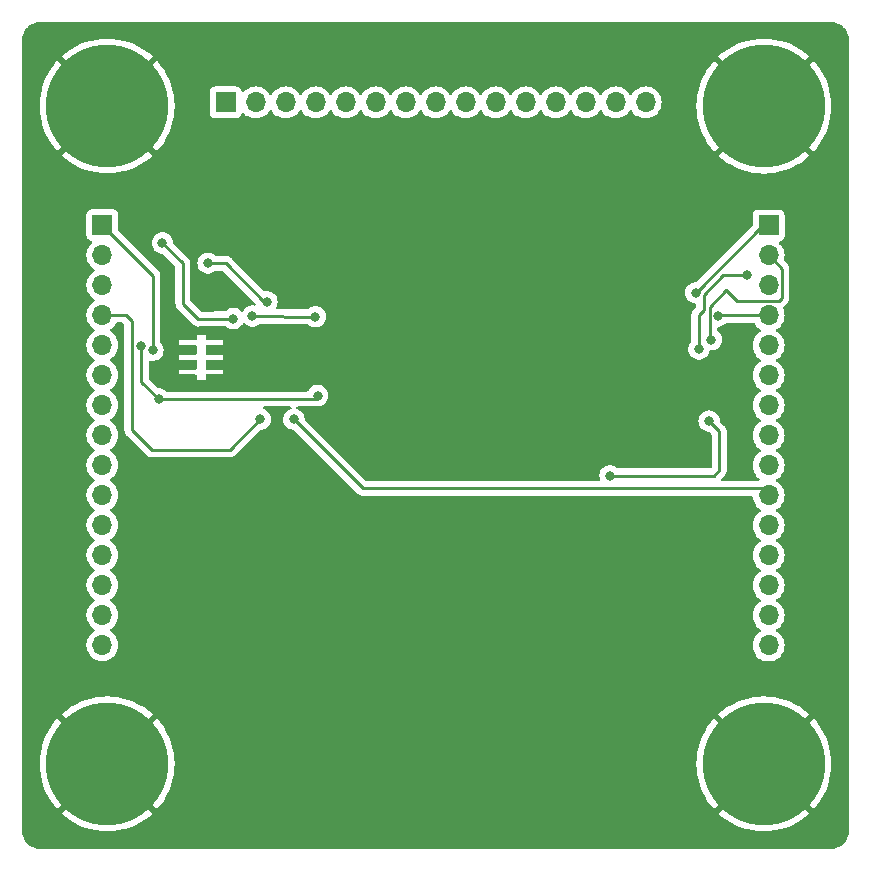
<source format=gbr>
%TF.GenerationSoftware,KiCad,Pcbnew,7.0.7*%
%TF.CreationDate,2024-02-10T01:20:28+05:30*%
%TF.ProjectId,Sensor_Stack,53656e73-6f72-45f5-9374-61636b2e6b69,rev?*%
%TF.SameCoordinates,Original*%
%TF.FileFunction,Copper,L2,Bot*%
%TF.FilePolarity,Positive*%
%FSLAX46Y46*%
G04 Gerber Fmt 4.6, Leading zero omitted, Abs format (unit mm)*
G04 Created by KiCad (PCBNEW 7.0.7) date 2024-02-10 01:20:28*
%MOMM*%
%LPD*%
G01*
G04 APERTURE LIST*
%TA.AperFunction,ComponentPad*%
%ADD10R,1.700000X1.700000*%
%TD*%
%TA.AperFunction,ComponentPad*%
%ADD11O,1.700000X1.700000*%
%TD*%
%TA.AperFunction,ComponentPad*%
%ADD12C,10.400000*%
%TD*%
%TA.AperFunction,ViaPad*%
%ADD13C,0.800000*%
%TD*%
%TA.AperFunction,Conductor*%
%ADD14C,0.250000*%
%TD*%
G04 APERTURE END LIST*
D10*
%TO.P,U6,1*%
%TO.N,CS_ADXL*%
X153574400Y-60396200D03*
D11*
%TO.P,U6,2*%
%TO.N,SCLK_SPI2*%
X153574400Y-62936200D03*
%TO.P,U6,3*%
%TO.N,MOSI_SPI2*%
X153574400Y-65476200D03*
%TO.P,U6,4*%
%TO.N,MISO_SPI2*%
X153574400Y-68016200D03*
%TO.P,U6,5*%
%TO.N,INT_ADXL*%
X153574400Y-70556200D03*
%TO.P,U6,6*%
%TO.N,CS_LSM*%
X153574400Y-73096200D03*
%TO.P,U6,7*%
%TO.N,INT_LSM*%
X153574400Y-75636200D03*
%TO.P,U6,8*%
%TO.N,unconnected-(U6-Pad8)*%
X153574400Y-78176200D03*
%TO.P,U6,9*%
%TO.N,unconnected-(U6-Pad9)*%
X153574400Y-80716200D03*
%TO.P,U6,10*%
%TO.N,INT_LPS*%
X153574400Y-83256200D03*
%TO.P,U6,11*%
%TO.N,unconnected-(U6-Pad11)*%
X153574400Y-85796200D03*
%TO.P,U6,12*%
%TO.N,unconnected-(U6-Pad12)*%
X153574400Y-88336200D03*
%TO.P,U6,13*%
%TO.N,unconnected-(U6-Pad13)*%
X153574400Y-90876200D03*
%TO.P,U6,14*%
%TO.N,unconnected-(U6-Pad14)*%
X153574400Y-93416200D03*
%TO.P,U6,15*%
%TO.N,unconnected-(U6-Pad15)*%
X153574400Y-95956200D03*
%TO.P,U6,16*%
%TO.N,unconnected-(U6-Pad16)*%
X97174400Y-95926200D03*
%TO.P,U6,17*%
%TO.N,unconnected-(U6-Pad17)*%
X97174400Y-93386200D03*
%TO.P,U6,18*%
%TO.N,unconnected-(U6-Pad18)*%
X97174400Y-90846200D03*
%TO.P,U6,19*%
%TO.N,unconnected-(U6-Pad19)*%
X97174400Y-88306200D03*
%TO.P,U6,20*%
%TO.N,unconnected-(U6-Pad20)*%
X97174400Y-85766200D03*
%TO.P,U6,21*%
%TO.N,unconnected-(U6-Pad21)*%
X97174400Y-83226200D03*
%TO.P,U6,22*%
%TO.N,unconnected-(U6-Pad22)*%
X97174400Y-80686200D03*
%TO.P,U6,23*%
%TO.N,unconnected-(U6-Pad23)*%
X97174400Y-78146200D03*
%TO.P,U6,24*%
%TO.N,unconnected-(U6-Pad24)*%
X97174400Y-75606200D03*
%TO.P,U6,25*%
%TO.N,unconnected-(U6-Pad25)*%
X97174400Y-73066200D03*
%TO.P,U6,26*%
%TO.N,CS_LPS*%
X97174400Y-70526200D03*
%TO.P,U6,27*%
%TO.N,MISO_SPI1*%
X97174400Y-67986200D03*
%TO.P,U6,28*%
%TO.N,MOSI_SPI1*%
X97174400Y-65446200D03*
%TO.P,U6,29*%
%TO.N,SCLK_SPI1*%
X97174400Y-62906200D03*
D10*
%TO.P,U6,30*%
%TO.N,CS_MS5607*%
X97174400Y-60366200D03*
%TO.P,U6,31*%
%TO.N,unconnected-(U6-Pad31)*%
X107599400Y-49981200D03*
D11*
%TO.P,U6,32*%
%TO.N,unconnected-(U6-Pad32)*%
X110139400Y-49981200D03*
%TO.P,U6,33*%
%TO.N,unconnected-(U6-Pad33)*%
X112679400Y-49981200D03*
%TO.P,U6,34*%
%TO.N,unconnected-(U6-Pad34)*%
X115219400Y-49981200D03*
%TO.P,U6,35*%
%TO.N,3.3V*%
X117759400Y-49981200D03*
%TO.P,U6,36*%
%TO.N,unconnected-(U6-Pad36)*%
X120299400Y-49981200D03*
%TO.P,U6,37*%
%TO.N,3.3V*%
X122839400Y-49981200D03*
%TO.P,U6,38*%
X125379400Y-49981200D03*
%TO.P,U6,39*%
%TO.N,unconnected-(U6-Pad39)*%
X127919400Y-49981200D03*
%TO.P,U6,40*%
%TO.N,unconnected-(U6-Pad40)*%
X130459400Y-49981200D03*
%TO.P,U6,41*%
%TO.N,unconnected-(U6-Pad41)*%
X132999400Y-49981200D03*
%TO.P,U6,42*%
%TO.N,unconnected-(U6-Pad42)*%
X135539400Y-49981200D03*
%TO.P,U6,43*%
%TO.N,unconnected-(U6-Pad43)*%
X138079400Y-49981200D03*
%TO.P,U6,44*%
%TO.N,unconnected-(U6-Pad44)*%
X140619400Y-49981200D03*
%TO.P,U6,45*%
%TO.N,unconnected-(U6-Pad45)*%
X143159400Y-49981200D03*
D12*
%TO.P,U6,49,1*%
%TO.N,GND*%
X153174400Y-105981200D03*
%TO.P,U6,50,1*%
X97574400Y-105981200D03*
%TO.P,U6,51,1*%
X97574400Y-50281200D03*
%TO.P,U6,52,1*%
X153174400Y-50296200D03*
%TD*%
D13*
%TO.N,GND*%
X108610400Y-60833000D03*
X106070400Y-58547000D03*
X141370325Y-61797100D03*
X141732000Y-93573600D03*
X138201400Y-61772800D03*
X104622600Y-93675200D03*
X130225800Y-109143800D03*
X141732000Y-74168000D03*
X109524800Y-69900800D03*
X142900400Y-78841600D03*
X136448800Y-65328800D03*
X114731800Y-109270800D03*
X142798800Y-63550800D03*
X141833600Y-77114400D03*
X102819200Y-70662800D03*
X144526000Y-68173600D03*
X104851200Y-62890400D03*
%TO.N,3.3V*%
X109880400Y-68072000D03*
X115392200Y-74803000D03*
X140157200Y-81584800D03*
X148539200Y-76962000D03*
X100482400Y-70637400D03*
X101955600Y-75082400D03*
X115214400Y-68122800D03*
%TO.N,MISO_SPI1*%
X110540800Y-76809600D03*
%TO.N,CS_MS5607*%
X101447600Y-70967600D03*
%TO.N,MISO_SPI2*%
X149301200Y-68072000D03*
%TO.N,MOSI_SPI1*%
X111099600Y-66852800D03*
X106111800Y-63591800D03*
%TO.N,INT_LPS*%
X113385600Y-76809600D03*
%TO.N,SCLK_SPI1*%
X108254800Y-68275200D03*
X102260400Y-61874400D03*
%TO.N,CS_ADXL*%
X147421600Y-66090800D03*
%TO.N,SCLK_SPI2*%
X148742400Y-70053200D03*
%TO.N,MOSI_SPI2*%
X147675600Y-70866000D03*
X151790400Y-64617600D03*
%TD*%
D14*
%TO.N,3.3V*%
X115392200Y-74828400D02*
X115392200Y-74803000D01*
X149402800Y-77825600D02*
X148539200Y-76962000D01*
X149402800Y-81127600D02*
X149402800Y-77825600D01*
X100482400Y-73609200D02*
X100482400Y-70637400D01*
X148945600Y-81584800D02*
X149402800Y-81127600D01*
X140157200Y-81584800D02*
X148945600Y-81584800D01*
X115417600Y-74803000D02*
X115316000Y-74904600D01*
X101955600Y-75082400D02*
X115138200Y-75082400D01*
X109880400Y-68072000D02*
X115214400Y-68122800D01*
X101955600Y-75082400D02*
X100482400Y-73609200D01*
X115214400Y-68122800D02*
X115214400Y-68072000D01*
X115392200Y-74803000D02*
X115417600Y-74803000D01*
X115138200Y-75082400D02*
X115392200Y-74828400D01*
%TO.N,MISO_SPI1*%
X99177400Y-67986200D02*
X97174400Y-67986200D01*
X99669600Y-68478400D02*
X99177400Y-67986200D01*
X110540800Y-76809600D02*
X107950000Y-79400400D01*
X107950000Y-79400400D02*
X101346000Y-79400400D01*
X99669600Y-77724000D02*
X99669600Y-68478400D01*
X101346000Y-79400400D02*
X99669600Y-77724000D01*
%TO.N,CS_MS5607*%
X101447600Y-70967600D02*
X101447600Y-64639400D01*
X101447600Y-64639400D02*
X97174400Y-60366200D01*
%TO.N,MISO_SPI2*%
X149357000Y-68016200D02*
X153574400Y-68016200D01*
X149301200Y-68072000D02*
X149357000Y-68016200D01*
%TO.N,MOSI_SPI1*%
X110896400Y-66852800D02*
X111099600Y-66852800D01*
X106111800Y-63591800D02*
X107635400Y-63591800D01*
X107635400Y-63591800D02*
X110896400Y-66852800D01*
%TO.N,INT_LPS*%
X152969800Y-82651600D02*
X153574400Y-83256200D01*
X113385600Y-76809600D02*
X119227600Y-82651600D01*
X119227600Y-82651600D02*
X152969800Y-82651600D01*
%TO.N,SCLK_SPI1*%
X108254800Y-68275200D02*
X108305600Y-68326000D01*
X102260400Y-61874400D02*
X103987600Y-63601600D01*
X103987600Y-63601600D02*
X103987600Y-67005200D01*
X105308400Y-68326000D02*
X108254800Y-68275200D01*
X103987600Y-67005200D02*
X105308400Y-68326000D01*
%TO.N,CS_ADXL*%
X153116200Y-60396200D02*
X153574400Y-60396200D01*
X147421600Y-66090800D02*
X153116200Y-60396200D01*
%TO.N,SCLK_SPI2*%
X154699400Y-66534600D02*
X154699400Y-64061200D01*
X148626200Y-69937000D02*
X148626200Y-67273800D01*
X150012400Y-65836800D02*
X150926800Y-66751200D01*
X154699400Y-64061200D02*
X153574400Y-62936200D01*
X148626200Y-67273800D02*
X150012400Y-65836800D01*
X150926800Y-66751200D02*
X154482800Y-66751200D01*
X148742400Y-70053200D02*
X148626200Y-69937000D01*
X154482800Y-66751200D02*
X154699400Y-66534600D01*
%TO.N,MOSI_SPI2*%
X149707600Y-64617600D02*
X148082000Y-66243200D01*
X151790400Y-64617600D02*
X149707600Y-64617600D01*
X148082000Y-66243200D02*
X148082000Y-67564000D01*
X148082000Y-67564000D02*
X147675600Y-67970400D01*
X147675600Y-67970400D02*
X147675600Y-70866000D01*
%TD*%
%TA.AperFunction,Conductor*%
%TO.N,GND*%
G36*
X158876608Y-43191857D02*
G01*
X159077538Y-43206228D01*
X159095039Y-43208745D01*
X159285379Y-43250150D01*
X159302338Y-43255129D01*
X159484861Y-43323207D01*
X159500941Y-43330551D01*
X159540368Y-43352080D01*
X159671901Y-43423903D01*
X159686784Y-43433468D01*
X159842715Y-43550196D01*
X159856086Y-43561782D01*
X159993817Y-43699513D01*
X160005403Y-43712884D01*
X160122131Y-43868815D01*
X160131696Y-43883698D01*
X160225045Y-44054652D01*
X160232395Y-44070745D01*
X160300467Y-44253253D01*
X160305451Y-44270229D01*
X160346853Y-44460554D01*
X160349371Y-44478066D01*
X160363742Y-44678989D01*
X160363900Y-44683413D01*
X160363900Y-111678986D01*
X160363742Y-111683408D01*
X160362399Y-111702177D01*
X160349371Y-111884333D01*
X160346853Y-111901845D01*
X160305451Y-112092170D01*
X160300467Y-112109146D01*
X160232395Y-112291654D01*
X160225045Y-112307747D01*
X160131696Y-112478701D01*
X160122131Y-112493584D01*
X160005403Y-112649515D01*
X159993817Y-112662886D01*
X159856086Y-112800617D01*
X159842715Y-112812203D01*
X159686784Y-112928931D01*
X159671901Y-112938496D01*
X159500947Y-113031845D01*
X159484854Y-113039195D01*
X159302346Y-113107267D01*
X159285370Y-113112251D01*
X159095045Y-113153653D01*
X159077533Y-113156171D01*
X158895377Y-113169199D01*
X158876608Y-113170542D01*
X158872186Y-113170700D01*
X91876614Y-113170700D01*
X91872191Y-113170542D01*
X91851182Y-113169039D01*
X91671266Y-113156171D01*
X91653754Y-113153653D01*
X91463429Y-113112251D01*
X91446453Y-113107267D01*
X91263945Y-113039195D01*
X91247852Y-113031845D01*
X91076898Y-112938496D01*
X91062015Y-112928931D01*
X90906084Y-112812203D01*
X90892713Y-112800617D01*
X90754982Y-112662886D01*
X90743396Y-112649515D01*
X90626668Y-112493584D01*
X90617103Y-112478701D01*
X90523751Y-112307741D01*
X90516407Y-112291661D01*
X90448329Y-112109138D01*
X90443350Y-112092179D01*
X90401945Y-111901839D01*
X90399428Y-111884333D01*
X90392626Y-111789233D01*
X90385057Y-111683408D01*
X90384900Y-111678986D01*
X90384900Y-105981200D01*
X91869527Y-105981200D01*
X91889012Y-106452309D01*
X91947333Y-106920189D01*
X91947334Y-106920189D01*
X92044094Y-107381659D01*
X92178632Y-107833565D01*
X92350026Y-108272815D01*
X92350026Y-108272816D01*
X92557114Y-108696420D01*
X92557115Y-108696421D01*
X92798469Y-109101466D01*
X92798468Y-109101465D01*
X93072450Y-109485201D01*
X93367949Y-109834095D01*
X94340782Y-108861262D01*
X94402105Y-108827777D01*
X94471796Y-108832761D01*
X94520341Y-108865670D01*
X94600969Y-108954630D01*
X94689928Y-109035257D01*
X94726382Y-109094863D01*
X94724823Y-109164715D01*
X94694336Y-109214816D01*
X93721503Y-110187649D01*
X93721503Y-110187650D01*
X94070399Y-110483150D01*
X94454135Y-110757132D01*
X94454134Y-110757131D01*
X94859179Y-110998485D01*
X94859180Y-110998486D01*
X95282784Y-111205574D01*
X95282785Y-111205574D01*
X95722035Y-111376968D01*
X96173941Y-111511506D01*
X96635411Y-111608266D01*
X96635411Y-111608267D01*
X97103291Y-111666588D01*
X97574400Y-111686073D01*
X98045509Y-111666588D01*
X98513389Y-111608267D01*
X98513389Y-111608266D01*
X98974859Y-111511506D01*
X99426765Y-111376968D01*
X99866015Y-111205574D01*
X99866016Y-111205574D01*
X100289620Y-110998486D01*
X100289621Y-110998485D01*
X100694666Y-110757131D01*
X100694665Y-110757132D01*
X101078401Y-110483150D01*
X101427295Y-110187650D01*
X101427295Y-110187649D01*
X100454462Y-109214816D01*
X100420977Y-109153493D01*
X100425961Y-109083801D01*
X100458868Y-109035260D01*
X100547830Y-108954630D01*
X100628459Y-108865668D01*
X100688062Y-108829217D01*
X100757914Y-108830774D01*
X100808016Y-108861262D01*
X101780849Y-109834095D01*
X101780850Y-109834095D01*
X102076350Y-109485201D01*
X102350332Y-109101465D01*
X102350331Y-109101466D01*
X102591685Y-108696421D01*
X102591686Y-108696420D01*
X102798774Y-108272816D01*
X102798774Y-108272815D01*
X102970168Y-107833565D01*
X103104706Y-107381659D01*
X103201466Y-106920189D01*
X103201467Y-106920189D01*
X103259788Y-106452309D01*
X103279273Y-105981200D01*
X147469527Y-105981200D01*
X147489012Y-106452309D01*
X147547333Y-106920189D01*
X147547334Y-106920189D01*
X147644094Y-107381659D01*
X147778632Y-107833565D01*
X147950026Y-108272815D01*
X147950026Y-108272816D01*
X148157114Y-108696420D01*
X148157115Y-108696421D01*
X148398469Y-109101466D01*
X148398468Y-109101465D01*
X148672450Y-109485201D01*
X148967949Y-109834095D01*
X149940782Y-108861262D01*
X150002105Y-108827777D01*
X150071796Y-108832761D01*
X150120341Y-108865670D01*
X150200969Y-108954630D01*
X150289928Y-109035257D01*
X150326382Y-109094863D01*
X150324823Y-109164715D01*
X150294336Y-109214816D01*
X149321503Y-110187649D01*
X149321503Y-110187650D01*
X149670399Y-110483150D01*
X150054135Y-110757132D01*
X150054134Y-110757131D01*
X150459179Y-110998485D01*
X150459180Y-110998486D01*
X150882784Y-111205574D01*
X150882785Y-111205574D01*
X151322035Y-111376968D01*
X151773941Y-111511506D01*
X152235411Y-111608266D01*
X152235411Y-111608267D01*
X152703291Y-111666588D01*
X153174400Y-111686073D01*
X153645509Y-111666588D01*
X154113389Y-111608267D01*
X154113389Y-111608266D01*
X154574859Y-111511506D01*
X155026765Y-111376968D01*
X155466015Y-111205574D01*
X155466016Y-111205574D01*
X155889620Y-110998486D01*
X155889621Y-110998485D01*
X156294666Y-110757131D01*
X156294665Y-110757132D01*
X156678401Y-110483150D01*
X157027295Y-110187650D01*
X157027295Y-110187649D01*
X156054462Y-109214816D01*
X156020977Y-109153493D01*
X156025961Y-109083801D01*
X156058868Y-109035260D01*
X156147830Y-108954630D01*
X156228459Y-108865668D01*
X156288062Y-108829217D01*
X156357914Y-108830774D01*
X156408016Y-108861262D01*
X157380849Y-109834095D01*
X157380850Y-109834095D01*
X157676350Y-109485201D01*
X157950332Y-109101465D01*
X157950331Y-109101466D01*
X158191685Y-108696421D01*
X158191686Y-108696420D01*
X158398774Y-108272816D01*
X158398774Y-108272815D01*
X158570168Y-107833565D01*
X158704706Y-107381659D01*
X158801466Y-106920189D01*
X158801467Y-106920189D01*
X158859788Y-106452309D01*
X158879273Y-105981200D01*
X158859788Y-105510091D01*
X158801467Y-105042211D01*
X158801466Y-105042211D01*
X158704706Y-104580741D01*
X158570168Y-104128835D01*
X158398774Y-103689585D01*
X158398774Y-103689584D01*
X158191686Y-103265980D01*
X158191685Y-103265979D01*
X157950331Y-102860934D01*
X157950332Y-102860935D01*
X157676350Y-102477199D01*
X157380850Y-102128303D01*
X157380848Y-102128303D01*
X156408016Y-103101136D01*
X156346693Y-103134621D01*
X156277001Y-103129637D01*
X156228457Y-103096728D01*
X156147830Y-103007769D01*
X156058870Y-102927141D01*
X156022416Y-102867535D01*
X156023975Y-102797683D01*
X156054462Y-102747582D01*
X157027295Y-101774749D01*
X156678401Y-101479250D01*
X156294665Y-101205268D01*
X156294666Y-101205269D01*
X155889621Y-100963915D01*
X155889620Y-100963914D01*
X155466016Y-100756826D01*
X155466015Y-100756826D01*
X155026765Y-100585432D01*
X154574859Y-100450894D01*
X154113389Y-100354134D01*
X154113389Y-100354133D01*
X153645509Y-100295812D01*
X153174400Y-100276327D01*
X152703291Y-100295812D01*
X152235411Y-100354133D01*
X152235411Y-100354134D01*
X151773941Y-100450894D01*
X151322035Y-100585432D01*
X150882785Y-100756826D01*
X150882784Y-100756826D01*
X150459180Y-100963914D01*
X150459179Y-100963915D01*
X150054134Y-101205269D01*
X150054135Y-101205268D01*
X149670399Y-101479250D01*
X149321503Y-101774749D01*
X150294336Y-102747582D01*
X150327821Y-102808905D01*
X150322837Y-102878597D01*
X150289929Y-102927140D01*
X150200969Y-103007769D01*
X150120340Y-103096729D01*
X150060734Y-103133182D01*
X149990881Y-103131623D01*
X149940782Y-103101136D01*
X148967949Y-102128303D01*
X148672450Y-102477199D01*
X148398468Y-102860935D01*
X148398469Y-102860934D01*
X148157115Y-103265979D01*
X148157114Y-103265980D01*
X147950026Y-103689584D01*
X147950026Y-103689585D01*
X147778632Y-104128835D01*
X147644094Y-104580741D01*
X147547334Y-105042211D01*
X147547333Y-105042211D01*
X147489012Y-105510091D01*
X147469527Y-105981200D01*
X103279273Y-105981200D01*
X103259788Y-105510091D01*
X103201467Y-105042211D01*
X103201466Y-105042211D01*
X103104706Y-104580741D01*
X102970168Y-104128835D01*
X102798774Y-103689585D01*
X102798774Y-103689584D01*
X102591686Y-103265980D01*
X102591685Y-103265979D01*
X102350331Y-102860934D01*
X102350332Y-102860935D01*
X102076350Y-102477199D01*
X101780850Y-102128303D01*
X101780848Y-102128303D01*
X100808016Y-103101136D01*
X100746693Y-103134621D01*
X100677001Y-103129637D01*
X100628457Y-103096728D01*
X100547830Y-103007769D01*
X100458870Y-102927141D01*
X100422416Y-102867535D01*
X100423975Y-102797683D01*
X100454462Y-102747582D01*
X101427295Y-101774749D01*
X101078401Y-101479250D01*
X100694665Y-101205268D01*
X100694666Y-101205269D01*
X100289621Y-100963915D01*
X100289620Y-100963914D01*
X99866016Y-100756826D01*
X99866015Y-100756826D01*
X99426765Y-100585432D01*
X98974859Y-100450894D01*
X98513389Y-100354134D01*
X98513389Y-100354133D01*
X98045509Y-100295812D01*
X97574400Y-100276327D01*
X97103291Y-100295812D01*
X96635411Y-100354133D01*
X96635411Y-100354134D01*
X96173941Y-100450894D01*
X95722035Y-100585432D01*
X95282785Y-100756826D01*
X95282784Y-100756826D01*
X94859180Y-100963914D01*
X94859179Y-100963915D01*
X94454134Y-101205269D01*
X94454135Y-101205268D01*
X94070399Y-101479250D01*
X93721503Y-101774749D01*
X94694336Y-102747582D01*
X94727821Y-102808905D01*
X94722837Y-102878597D01*
X94689929Y-102927140D01*
X94600969Y-103007769D01*
X94520340Y-103096729D01*
X94460734Y-103133182D01*
X94390881Y-103131623D01*
X94340782Y-103101136D01*
X93367949Y-102128303D01*
X93072450Y-102477199D01*
X92798468Y-102860935D01*
X92798469Y-102860934D01*
X92557115Y-103265979D01*
X92557114Y-103265980D01*
X92350026Y-103689584D01*
X92350026Y-103689585D01*
X92178632Y-104128835D01*
X92044094Y-104580741D01*
X91947334Y-105042211D01*
X91947333Y-105042211D01*
X91889012Y-105510091D01*
X91869527Y-105981200D01*
X90384900Y-105981200D01*
X90384900Y-95926200D01*
X95818741Y-95926200D01*
X95839336Y-96161603D01*
X95839338Y-96161613D01*
X95900494Y-96389855D01*
X95900496Y-96389859D01*
X95900497Y-96389863D01*
X95914487Y-96419864D01*
X96000365Y-96604030D01*
X96000367Y-96604034D01*
X96108681Y-96758721D01*
X96135905Y-96797601D01*
X96302999Y-96964695D01*
X96345848Y-96994698D01*
X96496565Y-97100232D01*
X96496567Y-97100233D01*
X96496570Y-97100235D01*
X96710737Y-97200103D01*
X96938992Y-97261263D01*
X97127318Y-97277739D01*
X97174399Y-97281859D01*
X97174400Y-97281859D01*
X97174401Y-97281859D01*
X97213634Y-97278426D01*
X97409808Y-97261263D01*
X97638063Y-97200103D01*
X97852230Y-97100235D01*
X98045801Y-96964695D01*
X98212895Y-96797601D01*
X98348435Y-96604030D01*
X98448303Y-96389863D01*
X98509463Y-96161608D01*
X98530059Y-95926200D01*
X98509463Y-95690792D01*
X98448303Y-95462537D01*
X98348435Y-95248371D01*
X98233902Y-95084799D01*
X98212894Y-95054797D01*
X98045802Y-94887706D01*
X98045796Y-94887701D01*
X97860242Y-94757775D01*
X97816617Y-94703198D01*
X97809423Y-94633700D01*
X97840946Y-94571345D01*
X97860242Y-94554625D01*
X98002952Y-94454698D01*
X98045801Y-94424695D01*
X98212895Y-94257601D01*
X98348435Y-94064030D01*
X98448303Y-93849863D01*
X98509463Y-93621608D01*
X98530059Y-93386200D01*
X98509463Y-93150792D01*
X98448303Y-92922537D01*
X98348435Y-92708371D01*
X98233902Y-92544799D01*
X98212894Y-92514797D01*
X98045802Y-92347706D01*
X98045796Y-92347701D01*
X97860242Y-92217775D01*
X97816617Y-92163198D01*
X97809423Y-92093700D01*
X97840946Y-92031345D01*
X97860242Y-92014625D01*
X98002952Y-91914698D01*
X98045801Y-91884695D01*
X98212895Y-91717601D01*
X98348435Y-91524030D01*
X98448303Y-91309863D01*
X98509463Y-91081608D01*
X98530059Y-90846200D01*
X98509463Y-90610792D01*
X98448303Y-90382537D01*
X98348435Y-90168371D01*
X98233902Y-90004799D01*
X98212894Y-89974797D01*
X98045802Y-89807706D01*
X98045796Y-89807701D01*
X97860242Y-89677775D01*
X97816617Y-89623198D01*
X97809423Y-89553700D01*
X97840946Y-89491345D01*
X97860242Y-89474625D01*
X98002952Y-89374698D01*
X98045801Y-89344695D01*
X98212895Y-89177601D01*
X98348435Y-88984030D01*
X98448303Y-88769863D01*
X98509463Y-88541608D01*
X98530059Y-88306200D01*
X98509463Y-88070792D01*
X98448303Y-87842537D01*
X98348435Y-87628371D01*
X98233902Y-87464799D01*
X98212894Y-87434797D01*
X98045802Y-87267706D01*
X98045796Y-87267701D01*
X97860242Y-87137775D01*
X97816617Y-87083198D01*
X97809423Y-87013700D01*
X97840946Y-86951345D01*
X97860242Y-86934625D01*
X98002952Y-86834698D01*
X98045801Y-86804695D01*
X98212895Y-86637601D01*
X98348435Y-86444030D01*
X98448303Y-86229863D01*
X98509463Y-86001608D01*
X98530059Y-85766200D01*
X98509463Y-85530792D01*
X98448303Y-85302537D01*
X98348435Y-85088371D01*
X98233902Y-84924799D01*
X98212894Y-84894797D01*
X98045802Y-84727706D01*
X98045796Y-84727701D01*
X97860242Y-84597775D01*
X97816617Y-84543198D01*
X97809423Y-84473700D01*
X97840946Y-84411345D01*
X97860242Y-84394625D01*
X98002952Y-84294698D01*
X98045801Y-84264695D01*
X98212895Y-84097601D01*
X98348435Y-83904030D01*
X98448303Y-83689863D01*
X98509463Y-83461608D01*
X98530059Y-83226200D01*
X98509463Y-82990792D01*
X98448303Y-82762537D01*
X98348435Y-82548371D01*
X98233902Y-82384799D01*
X98212894Y-82354797D01*
X98045802Y-82187706D01*
X98045796Y-82187701D01*
X97860242Y-82057775D01*
X97816617Y-82003198D01*
X97809423Y-81933700D01*
X97840946Y-81871345D01*
X97860242Y-81854625D01*
X97917662Y-81814419D01*
X98045801Y-81724695D01*
X98212895Y-81557601D01*
X98348435Y-81364030D01*
X98448303Y-81149863D01*
X98509463Y-80921608D01*
X98530059Y-80686200D01*
X98509463Y-80450792D01*
X98448303Y-80222537D01*
X98348435Y-80008371D01*
X98346662Y-80005838D01*
X98212894Y-79814797D01*
X98045802Y-79647706D01*
X98045796Y-79647701D01*
X97860242Y-79517775D01*
X97816617Y-79463198D01*
X97809423Y-79393700D01*
X97840946Y-79331345D01*
X97860242Y-79314625D01*
X98002952Y-79214698D01*
X98045801Y-79184695D01*
X98212895Y-79017601D01*
X98348435Y-78824030D01*
X98448303Y-78609863D01*
X98509463Y-78381608D01*
X98530059Y-78146200D01*
X98528771Y-78131484D01*
X98518064Y-78009103D01*
X98509463Y-77910792D01*
X98448303Y-77682537D01*
X98348435Y-77468371D01*
X98327998Y-77439183D01*
X98212894Y-77274797D01*
X98045802Y-77107706D01*
X98045796Y-77107701D01*
X97860242Y-76977775D01*
X97816617Y-76923198D01*
X97809423Y-76853700D01*
X97840946Y-76791345D01*
X97860242Y-76774625D01*
X98002952Y-76674698D01*
X98045801Y-76644695D01*
X98212895Y-76477601D01*
X98348435Y-76284030D01*
X98448303Y-76069863D01*
X98509463Y-75841608D01*
X98530059Y-75606200D01*
X98509463Y-75370792D01*
X98448303Y-75142537D01*
X98348435Y-74928371D01*
X98233902Y-74764799D01*
X98212894Y-74734797D01*
X98045802Y-74567706D01*
X98045796Y-74567701D01*
X97860242Y-74437775D01*
X97816617Y-74383198D01*
X97809423Y-74313700D01*
X97840946Y-74251345D01*
X97860242Y-74234625D01*
X97963654Y-74162215D01*
X98045801Y-74104695D01*
X98212895Y-73937601D01*
X98348435Y-73744030D01*
X98448303Y-73529863D01*
X98509463Y-73301608D01*
X98530059Y-73066200D01*
X98509463Y-72830792D01*
X98448303Y-72602537D01*
X98348435Y-72388371D01*
X98233902Y-72224799D01*
X98212894Y-72194797D01*
X98045802Y-72027706D01*
X98045796Y-72027701D01*
X97860242Y-71897775D01*
X97816617Y-71843198D01*
X97809423Y-71773700D01*
X97840946Y-71711345D01*
X97860242Y-71694625D01*
X97923757Y-71650151D01*
X98045801Y-71564695D01*
X98212895Y-71397601D01*
X98348435Y-71204030D01*
X98448303Y-70989863D01*
X98509463Y-70761608D01*
X98530059Y-70526200D01*
X98509463Y-70290792D01*
X98448303Y-70062537D01*
X98348435Y-69848371D01*
X98284563Y-69757151D01*
X98212894Y-69654797D01*
X98045802Y-69487706D01*
X98045796Y-69487701D01*
X97860242Y-69357775D01*
X97816617Y-69303198D01*
X97809423Y-69233700D01*
X97840946Y-69171345D01*
X97860242Y-69154625D01*
X98002952Y-69054698D01*
X98045801Y-69024695D01*
X98212895Y-68857601D01*
X98348051Y-68664577D01*
X98402629Y-68620952D01*
X98449627Y-68611700D01*
X98866948Y-68611700D01*
X98933987Y-68631385D01*
X98954629Y-68648019D01*
X99007781Y-68701171D01*
X99041266Y-68762494D01*
X99044100Y-68788852D01*
X99044100Y-77641255D01*
X99042375Y-77656872D01*
X99042661Y-77656899D01*
X99041926Y-77664665D01*
X99044100Y-77733814D01*
X99044100Y-77763343D01*
X99044101Y-77763360D01*
X99044968Y-77770231D01*
X99045426Y-77776050D01*
X99046890Y-77822624D01*
X99046891Y-77822627D01*
X99052480Y-77841867D01*
X99056424Y-77860911D01*
X99058936Y-77880792D01*
X99066073Y-77898818D01*
X99076090Y-77924119D01*
X99077982Y-77929647D01*
X99090981Y-77974388D01*
X99101180Y-77991634D01*
X99109738Y-78009103D01*
X99117114Y-78027732D01*
X99144498Y-78065423D01*
X99147706Y-78070307D01*
X99171427Y-78110416D01*
X99171433Y-78110424D01*
X99185590Y-78124580D01*
X99198228Y-78139376D01*
X99210005Y-78155586D01*
X99210006Y-78155587D01*
X99245909Y-78185288D01*
X99250220Y-78189210D01*
X100078605Y-79017595D01*
X100845194Y-79784184D01*
X100855019Y-79796448D01*
X100855240Y-79796266D01*
X100860210Y-79802273D01*
X100860213Y-79802276D01*
X100860214Y-79802277D01*
X100910651Y-79849641D01*
X100931530Y-79870520D01*
X100937004Y-79874766D01*
X100941442Y-79878556D01*
X100975418Y-79910462D01*
X100975422Y-79910464D01*
X100992973Y-79920113D01*
X101009231Y-79930792D01*
X101025064Y-79943074D01*
X101047015Y-79952572D01*
X101067837Y-79961583D01*
X101073081Y-79964152D01*
X101113908Y-79986597D01*
X101133312Y-79991579D01*
X101151710Y-79997878D01*
X101170105Y-80005838D01*
X101216129Y-80013126D01*
X101221832Y-80014307D01*
X101266981Y-80025900D01*
X101287016Y-80025900D01*
X101306413Y-80027426D01*
X101326196Y-80030560D01*
X101372583Y-80026175D01*
X101378422Y-80025900D01*
X107867257Y-80025900D01*
X107882877Y-80027624D01*
X107882904Y-80027339D01*
X107890660Y-80028071D01*
X107890667Y-80028073D01*
X107959814Y-80025900D01*
X107989350Y-80025900D01*
X107996228Y-80025030D01*
X108002041Y-80024572D01*
X108048627Y-80023109D01*
X108067869Y-80017517D01*
X108086912Y-80013574D01*
X108106792Y-80011064D01*
X108150122Y-79993907D01*
X108155646Y-79992017D01*
X108159396Y-79990927D01*
X108200390Y-79979018D01*
X108217629Y-79968822D01*
X108235103Y-79960262D01*
X108253727Y-79952888D01*
X108253727Y-79952887D01*
X108253732Y-79952886D01*
X108291449Y-79925482D01*
X108296305Y-79922292D01*
X108336420Y-79898570D01*
X108350589Y-79884399D01*
X108365379Y-79871768D01*
X108381587Y-79859994D01*
X108411299Y-79824076D01*
X108415212Y-79819776D01*
X110488571Y-77746419D01*
X110549895Y-77712934D01*
X110576253Y-77710100D01*
X110635444Y-77710100D01*
X110635446Y-77710100D01*
X110820603Y-77670744D01*
X110993530Y-77593751D01*
X111146671Y-77482488D01*
X111273333Y-77341816D01*
X111367979Y-77177884D01*
X111426474Y-76997856D01*
X111446260Y-76809600D01*
X111426474Y-76621344D01*
X111367979Y-76441316D01*
X111273333Y-76277384D01*
X111146671Y-76136712D01*
X111097321Y-76100857D01*
X110993534Y-76025451D01*
X110993529Y-76025448D01*
X110814666Y-75945812D01*
X110815667Y-75943562D01*
X110767158Y-75910391D01*
X110739962Y-75846032D01*
X110751878Y-75777186D01*
X110799123Y-75725711D01*
X110863154Y-75707900D01*
X113063246Y-75707900D01*
X113130285Y-75727585D01*
X113176040Y-75780389D01*
X113185984Y-75849547D01*
X113156959Y-75913103D01*
X113110797Y-75943709D01*
X113111734Y-75945812D01*
X112932870Y-76025448D01*
X112932865Y-76025451D01*
X112779729Y-76136711D01*
X112653066Y-76277385D01*
X112558421Y-76441315D01*
X112558418Y-76441322D01*
X112508903Y-76593715D01*
X112499926Y-76621344D01*
X112480140Y-76809600D01*
X112499926Y-76997856D01*
X112499927Y-76997859D01*
X112558418Y-77177877D01*
X112558421Y-77177884D01*
X112653067Y-77341816D01*
X112700064Y-77394011D01*
X112779729Y-77482488D01*
X112932865Y-77593748D01*
X112932870Y-77593751D01*
X113105792Y-77670742D01*
X113105797Y-77670744D01*
X113290954Y-77710100D01*
X113350148Y-77710100D01*
X113417187Y-77729785D01*
X113437829Y-77746419D01*
X118726794Y-83035384D01*
X118736619Y-83047648D01*
X118736840Y-83047466D01*
X118741810Y-83053473D01*
X118741813Y-83053476D01*
X118741814Y-83053477D01*
X118792251Y-83100841D01*
X118813130Y-83121720D01*
X118818604Y-83125966D01*
X118823042Y-83129756D01*
X118857018Y-83161662D01*
X118857022Y-83161664D01*
X118874573Y-83171313D01*
X118890831Y-83181992D01*
X118906664Y-83194274D01*
X118928615Y-83203772D01*
X118949437Y-83212783D01*
X118954681Y-83215352D01*
X118995508Y-83237797D01*
X119014912Y-83242779D01*
X119033310Y-83249078D01*
X119051705Y-83257038D01*
X119097729Y-83264326D01*
X119103432Y-83265507D01*
X119148581Y-83277100D01*
X119168616Y-83277100D01*
X119188013Y-83278626D01*
X119207796Y-83281760D01*
X119254183Y-83277375D01*
X119260022Y-83277100D01*
X152106945Y-83277100D01*
X152173984Y-83296785D01*
X152219739Y-83349589D01*
X152230473Y-83390292D01*
X152239336Y-83491603D01*
X152239338Y-83491613D01*
X152300494Y-83719855D01*
X152300496Y-83719859D01*
X152300497Y-83719863D01*
X152386376Y-83904030D01*
X152400365Y-83934030D01*
X152400367Y-83934034D01*
X152508681Y-84088721D01*
X152514899Y-84097602D01*
X152535901Y-84127595D01*
X152535906Y-84127602D01*
X152702997Y-84294693D01*
X152703003Y-84294698D01*
X152888558Y-84424625D01*
X152932183Y-84479202D01*
X152939377Y-84548700D01*
X152907854Y-84611055D01*
X152888558Y-84627775D01*
X152702997Y-84757705D01*
X152535905Y-84924797D01*
X152400365Y-85118369D01*
X152400364Y-85118371D01*
X152300498Y-85332535D01*
X152300494Y-85332544D01*
X152239338Y-85560786D01*
X152239336Y-85560796D01*
X152218741Y-85796199D01*
X152218741Y-85796200D01*
X152239336Y-86031603D01*
X152239338Y-86031613D01*
X152300494Y-86259855D01*
X152300496Y-86259859D01*
X152300497Y-86259863D01*
X152386376Y-86444030D01*
X152400365Y-86474030D01*
X152400367Y-86474034D01*
X152508681Y-86628721D01*
X152514899Y-86637602D01*
X152535901Y-86667595D01*
X152535906Y-86667602D01*
X152702997Y-86834693D01*
X152703003Y-86834698D01*
X152888558Y-86964625D01*
X152932183Y-87019202D01*
X152939377Y-87088700D01*
X152907854Y-87151055D01*
X152888558Y-87167775D01*
X152702997Y-87297705D01*
X152535905Y-87464797D01*
X152400365Y-87658369D01*
X152400364Y-87658371D01*
X152300498Y-87872535D01*
X152300494Y-87872544D01*
X152239338Y-88100786D01*
X152239336Y-88100796D01*
X152218741Y-88336199D01*
X152218741Y-88336200D01*
X152239336Y-88571603D01*
X152239338Y-88571613D01*
X152300494Y-88799855D01*
X152300496Y-88799859D01*
X152300497Y-88799863D01*
X152386376Y-88984030D01*
X152400365Y-89014030D01*
X152400367Y-89014034D01*
X152508681Y-89168721D01*
X152514899Y-89177602D01*
X152535901Y-89207595D01*
X152535906Y-89207602D01*
X152702997Y-89374693D01*
X152703003Y-89374698D01*
X152888558Y-89504625D01*
X152932183Y-89559202D01*
X152939377Y-89628700D01*
X152907854Y-89691055D01*
X152888558Y-89707775D01*
X152702997Y-89837705D01*
X152535905Y-90004797D01*
X152400365Y-90198369D01*
X152400364Y-90198371D01*
X152300498Y-90412535D01*
X152300494Y-90412544D01*
X152239338Y-90640786D01*
X152239336Y-90640796D01*
X152218741Y-90876199D01*
X152218741Y-90876200D01*
X152239336Y-91111603D01*
X152239338Y-91111613D01*
X152300494Y-91339855D01*
X152300496Y-91339859D01*
X152300497Y-91339863D01*
X152386376Y-91524030D01*
X152400365Y-91554030D01*
X152400367Y-91554034D01*
X152508681Y-91708721D01*
X152514899Y-91717602D01*
X152535901Y-91747595D01*
X152535906Y-91747602D01*
X152702997Y-91914693D01*
X152703003Y-91914698D01*
X152888558Y-92044625D01*
X152932183Y-92099202D01*
X152939377Y-92168700D01*
X152907854Y-92231055D01*
X152888558Y-92247775D01*
X152702997Y-92377705D01*
X152535905Y-92544797D01*
X152400365Y-92738369D01*
X152400364Y-92738371D01*
X152300498Y-92952535D01*
X152300494Y-92952544D01*
X152239338Y-93180786D01*
X152239336Y-93180796D01*
X152218741Y-93416199D01*
X152218741Y-93416200D01*
X152239336Y-93651603D01*
X152239338Y-93651613D01*
X152300494Y-93879855D01*
X152300496Y-93879859D01*
X152300497Y-93879863D01*
X152386376Y-94064030D01*
X152400365Y-94094030D01*
X152400367Y-94094034D01*
X152508681Y-94248721D01*
X152514899Y-94257602D01*
X152535901Y-94287595D01*
X152535906Y-94287602D01*
X152702997Y-94454693D01*
X152703003Y-94454698D01*
X152888558Y-94584625D01*
X152932183Y-94639202D01*
X152939377Y-94708700D01*
X152907854Y-94771055D01*
X152888558Y-94787775D01*
X152702997Y-94917705D01*
X152535905Y-95084797D01*
X152400365Y-95278369D01*
X152400364Y-95278371D01*
X152300498Y-95492535D01*
X152300494Y-95492544D01*
X152239338Y-95720786D01*
X152239336Y-95720796D01*
X152218741Y-95956199D01*
X152218741Y-95956200D01*
X152239336Y-96191603D01*
X152239338Y-96191613D01*
X152300494Y-96419855D01*
X152300496Y-96419859D01*
X152300497Y-96419863D01*
X152386376Y-96604030D01*
X152400365Y-96634030D01*
X152400367Y-96634034D01*
X152508681Y-96788721D01*
X152535905Y-96827601D01*
X152702999Y-96994695D01*
X152799784Y-97062465D01*
X152896565Y-97130232D01*
X152896567Y-97130233D01*
X152896570Y-97130235D01*
X153110737Y-97230103D01*
X153338992Y-97291263D01*
X153527318Y-97307739D01*
X153574399Y-97311859D01*
X153574400Y-97311859D01*
X153574401Y-97311859D01*
X153613634Y-97308426D01*
X153809808Y-97291263D01*
X154038063Y-97230103D01*
X154252230Y-97130235D01*
X154445801Y-96994695D01*
X154612895Y-96827601D01*
X154748435Y-96634030D01*
X154848303Y-96419863D01*
X154909463Y-96191608D01*
X154930059Y-95956200D01*
X154909463Y-95720792D01*
X154848303Y-95492537D01*
X154748435Y-95278371D01*
X154727428Y-95248369D01*
X154612894Y-95084797D01*
X154445802Y-94917706D01*
X154445796Y-94917701D01*
X154260242Y-94787775D01*
X154216617Y-94733198D01*
X154209423Y-94663700D01*
X154240946Y-94601345D01*
X154260242Y-94584625D01*
X154303086Y-94554625D01*
X154445801Y-94454695D01*
X154612895Y-94287601D01*
X154748435Y-94094030D01*
X154848303Y-93879863D01*
X154909463Y-93651608D01*
X154930059Y-93416200D01*
X154909463Y-93180792D01*
X154848303Y-92952537D01*
X154748435Y-92738371D01*
X154727428Y-92708369D01*
X154612894Y-92544797D01*
X154445802Y-92377706D01*
X154445796Y-92377701D01*
X154260242Y-92247775D01*
X154216617Y-92193198D01*
X154209423Y-92123700D01*
X154240946Y-92061345D01*
X154260242Y-92044625D01*
X154303086Y-92014625D01*
X154445801Y-91914695D01*
X154612895Y-91747601D01*
X154748435Y-91554030D01*
X154848303Y-91339863D01*
X154909463Y-91111608D01*
X154930059Y-90876200D01*
X154909463Y-90640792D01*
X154848303Y-90412537D01*
X154748435Y-90198371D01*
X154727428Y-90168369D01*
X154612894Y-90004797D01*
X154445802Y-89837706D01*
X154445796Y-89837701D01*
X154260242Y-89707775D01*
X154216617Y-89653198D01*
X154209423Y-89583700D01*
X154240946Y-89521345D01*
X154260242Y-89504625D01*
X154303086Y-89474625D01*
X154445801Y-89374695D01*
X154612895Y-89207601D01*
X154748435Y-89014030D01*
X154848303Y-88799863D01*
X154909463Y-88571608D01*
X154930059Y-88336200D01*
X154909463Y-88100792D01*
X154848303Y-87872537D01*
X154748435Y-87658371D01*
X154727428Y-87628369D01*
X154612894Y-87464797D01*
X154445802Y-87297706D01*
X154445796Y-87297701D01*
X154260242Y-87167775D01*
X154216617Y-87113198D01*
X154209423Y-87043700D01*
X154240946Y-86981345D01*
X154260242Y-86964625D01*
X154303086Y-86934625D01*
X154445801Y-86834695D01*
X154612895Y-86667601D01*
X154748435Y-86474030D01*
X154848303Y-86259863D01*
X154909463Y-86031608D01*
X154930059Y-85796200D01*
X154909463Y-85560792D01*
X154848303Y-85332537D01*
X154748435Y-85118371D01*
X154727428Y-85088369D01*
X154612894Y-84924797D01*
X154445802Y-84757706D01*
X154445796Y-84757701D01*
X154260242Y-84627775D01*
X154216617Y-84573198D01*
X154209423Y-84503700D01*
X154240946Y-84441345D01*
X154260242Y-84424625D01*
X154303086Y-84394625D01*
X154445801Y-84294695D01*
X154612895Y-84127601D01*
X154748435Y-83934030D01*
X154848303Y-83719863D01*
X154909463Y-83491608D01*
X154930059Y-83256200D01*
X154909463Y-83020792D01*
X154848303Y-82792537D01*
X154748435Y-82578371D01*
X154727428Y-82548369D01*
X154612894Y-82384797D01*
X154445802Y-82217706D01*
X154445796Y-82217701D01*
X154260242Y-82087775D01*
X154216617Y-82033198D01*
X154209423Y-81963700D01*
X154240946Y-81901345D01*
X154260242Y-81884625D01*
X154380349Y-81800525D01*
X154445801Y-81754695D01*
X154612895Y-81587601D01*
X154748435Y-81394030D01*
X154848303Y-81179863D01*
X154909463Y-80951608D01*
X154930059Y-80716200D01*
X154909463Y-80480792D01*
X154848303Y-80252537D01*
X154748435Y-80038371D01*
X154741225Y-80028073D01*
X154612894Y-79844797D01*
X154445802Y-79677706D01*
X154445796Y-79677701D01*
X154260242Y-79547775D01*
X154216617Y-79493198D01*
X154209423Y-79423700D01*
X154240946Y-79361345D01*
X154260242Y-79344625D01*
X154303086Y-79314625D01*
X154445801Y-79214695D01*
X154612895Y-79047601D01*
X154748435Y-78854030D01*
X154848303Y-78639863D01*
X154909463Y-78411608D01*
X154930059Y-78176200D01*
X154928255Y-78155586D01*
X154924304Y-78110420D01*
X154909463Y-77940792D01*
X154848303Y-77712537D01*
X154748435Y-77498371D01*
X154745525Y-77494214D01*
X154612894Y-77304797D01*
X154445802Y-77137706D01*
X154445796Y-77137701D01*
X154260242Y-77007775D01*
X154216617Y-76953198D01*
X154209423Y-76883700D01*
X154240946Y-76821345D01*
X154260242Y-76804625D01*
X154303086Y-76774625D01*
X154445801Y-76674695D01*
X154612895Y-76507601D01*
X154748435Y-76314030D01*
X154848303Y-76099863D01*
X154909463Y-75871608D01*
X154930059Y-75636200D01*
X154909463Y-75400792D01*
X154848303Y-75172537D01*
X154748435Y-74958371D01*
X154727428Y-74928369D01*
X154612894Y-74764797D01*
X154445802Y-74597706D01*
X154445796Y-74597701D01*
X154260242Y-74467775D01*
X154216617Y-74413198D01*
X154209423Y-74343700D01*
X154240946Y-74281345D01*
X154260242Y-74264625D01*
X154322179Y-74221256D01*
X154445801Y-74134695D01*
X154612895Y-73967601D01*
X154748435Y-73774030D01*
X154848303Y-73559863D01*
X154909463Y-73331608D01*
X154930059Y-73096200D01*
X154909463Y-72860792D01*
X154848303Y-72632537D01*
X154748435Y-72418371D01*
X154727428Y-72388369D01*
X154612894Y-72224797D01*
X154445802Y-72057706D01*
X154445796Y-72057701D01*
X154260242Y-71927775D01*
X154216617Y-71873198D01*
X154209423Y-71803700D01*
X154240946Y-71741345D01*
X154260242Y-71724625D01*
X154303086Y-71694625D01*
X154445801Y-71594695D01*
X154612895Y-71427601D01*
X154748435Y-71234030D01*
X154848303Y-71019863D01*
X154909463Y-70791608D01*
X154930059Y-70556200D01*
X154909463Y-70320792D01*
X154848303Y-70092537D01*
X154748435Y-69878371D01*
X154739034Y-69864944D01*
X154612894Y-69684797D01*
X154445802Y-69517706D01*
X154445796Y-69517701D01*
X154260242Y-69387775D01*
X154216617Y-69333198D01*
X154209423Y-69263700D01*
X154240946Y-69201345D01*
X154260242Y-69184625D01*
X154386097Y-69096500D01*
X154445801Y-69054695D01*
X154612895Y-68887601D01*
X154748435Y-68694030D01*
X154848303Y-68479863D01*
X154909463Y-68251608D01*
X154930059Y-68016200D01*
X154929794Y-68013176D01*
X154922915Y-67934544D01*
X154909463Y-67780792D01*
X154848303Y-67552537D01*
X154789530Y-67426500D01*
X154779039Y-67357423D01*
X154807559Y-67293639D01*
X154838791Y-67267364D01*
X154869220Y-67249370D01*
X154883389Y-67235199D01*
X154898179Y-67222568D01*
X154914387Y-67210794D01*
X154944099Y-67174876D01*
X154948012Y-67170576D01*
X155083186Y-67035402D01*
X155095448Y-67025580D01*
X155095265Y-67025359D01*
X155101267Y-67020392D01*
X155101277Y-67020386D01*
X155148641Y-66969948D01*
X155169520Y-66949070D01*
X155173773Y-66943586D01*
X155177550Y-66939163D01*
X155209462Y-66905182D01*
X155219114Y-66887623D01*
X155229789Y-66871372D01*
X155242074Y-66855536D01*
X155260586Y-66812752D01*
X155263142Y-66807535D01*
X155285597Y-66766692D01*
X155290580Y-66747280D01*
X155296877Y-66728891D01*
X155304838Y-66710495D01*
X155312129Y-66664453D01*
X155313308Y-66658762D01*
X155324900Y-66613619D01*
X155324900Y-66593583D01*
X155326427Y-66574182D01*
X155329560Y-66554404D01*
X155325175Y-66508015D01*
X155324900Y-66502177D01*
X155324900Y-64143938D01*
X155326624Y-64128325D01*
X155326338Y-64128298D01*
X155327072Y-64120534D01*
X155326748Y-64110235D01*
X155324900Y-64051394D01*
X155324900Y-64021850D01*
X155324029Y-64014959D01*
X155323572Y-64009145D01*
X155322109Y-63962572D01*
X155316522Y-63943344D01*
X155312574Y-63924284D01*
X155311029Y-63912052D01*
X155310064Y-63904408D01*
X155292907Y-63861075D01*
X155291019Y-63855559D01*
X155278019Y-63810812D01*
X155267818Y-63793563D01*
X155259260Y-63776094D01*
X155251886Y-63757468D01*
X155251883Y-63757464D01*
X155251883Y-63757463D01*
X155224498Y-63719771D01*
X155221290Y-63714887D01*
X155197572Y-63674782D01*
X155197563Y-63674771D01*
X155183405Y-63660613D01*
X155170770Y-63645820D01*
X155158993Y-63629612D01*
X155123093Y-63599913D01*
X155118781Y-63595990D01*
X154914637Y-63391846D01*
X154881152Y-63330523D01*
X154882542Y-63272076D01*
X154909463Y-63171608D01*
X154930059Y-62936200D01*
X154928546Y-62918912D01*
X154925939Y-62889118D01*
X154909463Y-62700792D01*
X154848303Y-62472537D01*
X154748435Y-62258371D01*
X154727427Y-62228369D01*
X154612896Y-62064800D01*
X154582895Y-62034799D01*
X154490967Y-61942871D01*
X154457484Y-61881551D01*
X154462468Y-61811859D01*
X154504339Y-61755925D01*
X154535315Y-61739010D01*
X154666731Y-61689996D01*
X154781946Y-61603746D01*
X154868196Y-61488531D01*
X154918491Y-61353683D01*
X154924900Y-61294073D01*
X154924899Y-59498328D01*
X154918491Y-59438717D01*
X154907301Y-59408716D01*
X154868197Y-59303871D01*
X154868193Y-59303864D01*
X154781947Y-59188655D01*
X154781944Y-59188652D01*
X154666735Y-59102406D01*
X154666728Y-59102402D01*
X154531882Y-59052108D01*
X154531883Y-59052108D01*
X154472283Y-59045701D01*
X154472281Y-59045700D01*
X154472273Y-59045700D01*
X154472264Y-59045700D01*
X152676529Y-59045700D01*
X152676523Y-59045701D01*
X152616916Y-59052108D01*
X152482071Y-59102402D01*
X152482064Y-59102406D01*
X152366855Y-59188652D01*
X152366852Y-59188655D01*
X152280606Y-59303864D01*
X152280602Y-59303871D01*
X152230308Y-59438717D01*
X152223901Y-59498316D01*
X152223901Y-59498323D01*
X152223900Y-59498335D01*
X152223900Y-60352547D01*
X152204215Y-60419586D01*
X152187581Y-60440228D01*
X147473828Y-65153981D01*
X147412505Y-65187466D01*
X147386147Y-65190300D01*
X147326954Y-65190300D01*
X147294497Y-65197198D01*
X147141797Y-65229655D01*
X147141792Y-65229657D01*
X146968870Y-65306648D01*
X146968865Y-65306651D01*
X146815729Y-65417911D01*
X146689066Y-65558585D01*
X146594421Y-65722515D01*
X146594418Y-65722522D01*
X146535927Y-65902540D01*
X146535926Y-65902544D01*
X146516140Y-66090800D01*
X146535926Y-66279056D01*
X146535927Y-66279059D01*
X146594418Y-66459077D01*
X146594421Y-66459084D01*
X146689067Y-66623016D01*
X146793230Y-66738700D01*
X146815729Y-66763688D01*
X146968865Y-66874948D01*
X146968870Y-66874951D01*
X147141792Y-66951942D01*
X147141797Y-66951944D01*
X147326954Y-66991300D01*
X147332500Y-66991300D01*
X147399539Y-67010985D01*
X147445294Y-67063789D01*
X147456500Y-67115300D01*
X147456500Y-67253546D01*
X147436815Y-67320585D01*
X147420181Y-67341226D01*
X147355628Y-67405780D01*
X147291808Y-67469600D01*
X147279551Y-67479420D01*
X147279734Y-67479641D01*
X147273723Y-67484613D01*
X147226372Y-67535036D01*
X147205489Y-67555919D01*
X147205477Y-67555932D01*
X147201221Y-67561417D01*
X147197437Y-67565847D01*
X147165537Y-67599818D01*
X147165536Y-67599820D01*
X147155884Y-67617376D01*
X147145210Y-67633626D01*
X147132929Y-67649461D01*
X147132924Y-67649468D01*
X147114415Y-67692238D01*
X147111845Y-67697484D01*
X147089403Y-67738306D01*
X147084422Y-67757707D01*
X147078121Y-67776110D01*
X147070162Y-67794502D01*
X147070161Y-67794505D01*
X147062871Y-67840527D01*
X147061687Y-67846246D01*
X147050101Y-67891372D01*
X147050100Y-67891382D01*
X147050100Y-67911416D01*
X147048573Y-67930815D01*
X147045440Y-67950594D01*
X147045440Y-67950595D01*
X147049825Y-67996983D01*
X147050100Y-68002821D01*
X147050100Y-70167312D01*
X147030415Y-70234351D01*
X147018250Y-70250284D01*
X146943066Y-70333784D01*
X146848421Y-70497715D01*
X146848418Y-70497722D01*
X146808012Y-70622080D01*
X146789926Y-70677744D01*
X146770140Y-70866000D01*
X146789926Y-71054256D01*
X146789927Y-71054259D01*
X146848418Y-71234277D01*
X146848421Y-71234284D01*
X146943067Y-71398216D01*
X147069728Y-71538887D01*
X147069729Y-71538888D01*
X147222865Y-71650148D01*
X147222870Y-71650151D01*
X147395792Y-71727142D01*
X147395797Y-71727144D01*
X147580954Y-71766500D01*
X147580955Y-71766500D01*
X147770244Y-71766500D01*
X147770246Y-71766500D01*
X147955403Y-71727144D01*
X148128330Y-71650151D01*
X148281471Y-71538888D01*
X148408133Y-71398216D01*
X148502779Y-71234284D01*
X148561274Y-71054256D01*
X148561274Y-71054250D01*
X148561771Y-71051919D01*
X148562429Y-71050698D01*
X148563282Y-71048076D01*
X148563761Y-71048231D01*
X148594964Y-70990437D01*
X148656127Y-70956661D01*
X148683061Y-70953700D01*
X148837044Y-70953700D01*
X148837046Y-70953700D01*
X149022203Y-70914344D01*
X149195130Y-70837351D01*
X149348271Y-70726088D01*
X149474933Y-70585416D01*
X149569579Y-70421484D01*
X149628074Y-70241456D01*
X149647860Y-70053200D01*
X149628074Y-69864944D01*
X149569579Y-69684916D01*
X149474933Y-69520984D01*
X149354991Y-69387775D01*
X149348272Y-69380313D01*
X149348271Y-69380312D01*
X149302813Y-69347284D01*
X149260149Y-69291956D01*
X149251700Y-69246968D01*
X149251700Y-69096500D01*
X149271385Y-69029461D01*
X149324189Y-68983706D01*
X149375700Y-68972500D01*
X149395844Y-68972500D01*
X149395846Y-68972500D01*
X149581003Y-68933144D01*
X149753930Y-68856151D01*
X149907071Y-68744888D01*
X149963040Y-68682727D01*
X150022527Y-68646079D01*
X150055190Y-68641700D01*
X152299173Y-68641700D01*
X152366212Y-68661385D01*
X152400748Y-68694577D01*
X152535901Y-68887596D01*
X152535906Y-68887602D01*
X152702997Y-69054693D01*
X152703003Y-69054698D01*
X152888558Y-69184625D01*
X152932183Y-69239202D01*
X152939377Y-69308700D01*
X152907854Y-69371055D01*
X152888558Y-69387775D01*
X152702997Y-69517705D01*
X152535905Y-69684797D01*
X152400365Y-69878369D01*
X152400364Y-69878371D01*
X152300498Y-70092535D01*
X152300494Y-70092544D01*
X152239338Y-70320786D01*
X152239336Y-70320796D01*
X152218741Y-70556199D01*
X152218741Y-70556200D01*
X152239336Y-70791603D01*
X152239338Y-70791613D01*
X152300494Y-71019855D01*
X152300496Y-71019859D01*
X152300497Y-71019863D01*
X152363912Y-71155856D01*
X152400365Y-71234030D01*
X152400367Y-71234034D01*
X152490737Y-71363094D01*
X152514899Y-71397602D01*
X152535901Y-71427595D01*
X152535906Y-71427602D01*
X152702997Y-71594693D01*
X152703003Y-71594698D01*
X152888558Y-71724625D01*
X152932183Y-71779202D01*
X152939377Y-71848700D01*
X152907854Y-71911055D01*
X152888558Y-71927775D01*
X152702997Y-72057705D01*
X152535905Y-72224797D01*
X152400365Y-72418369D01*
X152400364Y-72418371D01*
X152300498Y-72632535D01*
X152300494Y-72632544D01*
X152239338Y-72860786D01*
X152239336Y-72860796D01*
X152218741Y-73096199D01*
X152218741Y-73096200D01*
X152239336Y-73331603D01*
X152239338Y-73331613D01*
X152300494Y-73559855D01*
X152300496Y-73559859D01*
X152300497Y-73559863D01*
X152386376Y-73744030D01*
X152400365Y-73774030D01*
X152400367Y-73774034D01*
X152490321Y-73902500D01*
X152517877Y-73941855D01*
X152535901Y-73967595D01*
X152535906Y-73967602D01*
X152702997Y-74134693D01*
X152703003Y-74134698D01*
X152888558Y-74264625D01*
X152932183Y-74319202D01*
X152939377Y-74388700D01*
X152907854Y-74451055D01*
X152888558Y-74467775D01*
X152702997Y-74597705D01*
X152535905Y-74764797D01*
X152400365Y-74958369D01*
X152400364Y-74958371D01*
X152300498Y-75172535D01*
X152300494Y-75172544D01*
X152239338Y-75400786D01*
X152239336Y-75400796D01*
X152218741Y-75636199D01*
X152218741Y-75636200D01*
X152239336Y-75871603D01*
X152239338Y-75871613D01*
X152300494Y-76099855D01*
X152300496Y-76099859D01*
X152300497Y-76099863D01*
X152300961Y-76100857D01*
X152400365Y-76314030D01*
X152400367Y-76314034D01*
X152489491Y-76441315D01*
X152514899Y-76477602D01*
X152535901Y-76507595D01*
X152535906Y-76507602D01*
X152702997Y-76674693D01*
X152703003Y-76674698D01*
X152888558Y-76804625D01*
X152932183Y-76859202D01*
X152939377Y-76928700D01*
X152907854Y-76991055D01*
X152888558Y-77007775D01*
X152702997Y-77137705D01*
X152535905Y-77304797D01*
X152400365Y-77498369D01*
X152400364Y-77498371D01*
X152300498Y-77712535D01*
X152300494Y-77712544D01*
X152239338Y-77940786D01*
X152239336Y-77940796D01*
X152218741Y-78176199D01*
X152218741Y-78176200D01*
X152239336Y-78411603D01*
X152239338Y-78411613D01*
X152300494Y-78639855D01*
X152300496Y-78639859D01*
X152300497Y-78639863D01*
X152363466Y-78774900D01*
X152400365Y-78854030D01*
X152400367Y-78854034D01*
X152508681Y-79008721D01*
X152514899Y-79017602D01*
X152535901Y-79047595D01*
X152535906Y-79047602D01*
X152702997Y-79214693D01*
X152703003Y-79214698D01*
X152888558Y-79344625D01*
X152932183Y-79399202D01*
X152939377Y-79468700D01*
X152907854Y-79531055D01*
X152888558Y-79547775D01*
X152702997Y-79677705D01*
X152535905Y-79844797D01*
X152400365Y-80038369D01*
X152400364Y-80038371D01*
X152300498Y-80252535D01*
X152300494Y-80252544D01*
X152239338Y-80480786D01*
X152239336Y-80480796D01*
X152218741Y-80716199D01*
X152218741Y-80716200D01*
X152239336Y-80951603D01*
X152239338Y-80951613D01*
X152300494Y-81179855D01*
X152300496Y-81179859D01*
X152300497Y-81179863D01*
X152335342Y-81254588D01*
X152400365Y-81394030D01*
X152400367Y-81394034D01*
X152504028Y-81542076D01*
X152535905Y-81587601D01*
X152702999Y-81754695D01*
X152768451Y-81800525D01*
X152812076Y-81855102D01*
X152819268Y-81924601D01*
X152787746Y-81986955D01*
X152727516Y-82022369D01*
X152697327Y-82026100D01*
X149688251Y-82026100D01*
X149621212Y-82006415D01*
X149575457Y-81953611D01*
X149565513Y-81884453D01*
X149594538Y-81820897D01*
X149600570Y-81814419D01*
X149690296Y-81724693D01*
X149786585Y-81628403D01*
X149798841Y-81618587D01*
X149798658Y-81618365D01*
X149804675Y-81613387D01*
X149804674Y-81613387D01*
X149804677Y-81613386D01*
X149831522Y-81584799D01*
X149852027Y-81562964D01*
X149862471Y-81552518D01*
X149872920Y-81542071D01*
X149877179Y-81536578D01*
X149880952Y-81532161D01*
X149912862Y-81498182D01*
X149922513Y-81480624D01*
X149933196Y-81464361D01*
X149945473Y-81448536D01*
X149963985Y-81405753D01*
X149966538Y-81400541D01*
X149988997Y-81359692D01*
X149993980Y-81340280D01*
X150000281Y-81321880D01*
X150008237Y-81303496D01*
X150015529Y-81257452D01*
X150016706Y-81251771D01*
X150028300Y-81206619D01*
X150028300Y-81186582D01*
X150029827Y-81167182D01*
X150032960Y-81147404D01*
X150028575Y-81101015D01*
X150028300Y-81095177D01*
X150028300Y-77908342D01*
X150030024Y-77892722D01*
X150029739Y-77892696D01*
X150030471Y-77884940D01*
X150030473Y-77884933D01*
X150028300Y-77815785D01*
X150028300Y-77786250D01*
X150027431Y-77779372D01*
X150026972Y-77773543D01*
X150026111Y-77746151D01*
X150025509Y-77726973D01*
X150020606Y-77710100D01*
X150019922Y-77707744D01*
X150015974Y-77688684D01*
X150013464Y-77668808D01*
X150013463Y-77668806D01*
X150013463Y-77668804D01*
X149996312Y-77625487D01*
X149994419Y-77619958D01*
X149981418Y-77575209D01*
X149981416Y-77575206D01*
X149971223Y-77557971D01*
X149962661Y-77540494D01*
X149955287Y-77521870D01*
X149955286Y-77521868D01*
X149927879Y-77484145D01*
X149924688Y-77479286D01*
X149900972Y-77439183D01*
X149900965Y-77439174D01*
X149886806Y-77425015D01*
X149874168Y-77410219D01*
X149862394Y-77394013D01*
X149826488Y-77364309D01*
X149822176Y-77360386D01*
X149478160Y-77016369D01*
X149444675Y-76955046D01*
X149442523Y-76941668D01*
X149424874Y-76773744D01*
X149366379Y-76593716D01*
X149271733Y-76429784D01*
X149145071Y-76289112D01*
X149138082Y-76284034D01*
X148991934Y-76177851D01*
X148991929Y-76177848D01*
X148819007Y-76100857D01*
X148819002Y-76100855D01*
X148673154Y-76069855D01*
X148633846Y-76061500D01*
X148444554Y-76061500D01*
X148412097Y-76068398D01*
X148259397Y-76100855D01*
X148259392Y-76100857D01*
X148086470Y-76177848D01*
X148086465Y-76177851D01*
X147933329Y-76289111D01*
X147806666Y-76429785D01*
X147712021Y-76593715D01*
X147712018Y-76593722D01*
X147653527Y-76773740D01*
X147653526Y-76773744D01*
X147633740Y-76962000D01*
X147653526Y-77150256D01*
X147653527Y-77150259D01*
X147712018Y-77330277D01*
X147712021Y-77330284D01*
X147806667Y-77494216D01*
X147896289Y-77593751D01*
X147933329Y-77634888D01*
X148086465Y-77746148D01*
X148086470Y-77746151D01*
X148259392Y-77823142D01*
X148259397Y-77823144D01*
X148444554Y-77862500D01*
X148503747Y-77862500D01*
X148570786Y-77882185D01*
X148591423Y-77898814D01*
X148740982Y-78048372D01*
X148774466Y-78109693D01*
X148777300Y-78136052D01*
X148777300Y-80817147D01*
X148757615Y-80884186D01*
X148740981Y-80904828D01*
X148722828Y-80922981D01*
X148661505Y-80956466D01*
X148635147Y-80959300D01*
X140860948Y-80959300D01*
X140793909Y-80939615D01*
X140768800Y-80918274D01*
X140763073Y-80911914D01*
X140763069Y-80911910D01*
X140609934Y-80800651D01*
X140609929Y-80800648D01*
X140437007Y-80723657D01*
X140437002Y-80723655D01*
X140291201Y-80692665D01*
X140251846Y-80684300D01*
X140062554Y-80684300D01*
X140030097Y-80691198D01*
X139877397Y-80723655D01*
X139877392Y-80723657D01*
X139704470Y-80800648D01*
X139704465Y-80800651D01*
X139551329Y-80911911D01*
X139424666Y-81052585D01*
X139330021Y-81216515D01*
X139330018Y-81216522D01*
X139271527Y-81396540D01*
X139271526Y-81396544D01*
X139251740Y-81584800D01*
X139271526Y-81773056D01*
X139271527Y-81773059D01*
X139301005Y-81863782D01*
X139303000Y-81933623D01*
X139266920Y-81993456D01*
X139204219Y-82024284D01*
X139183074Y-82026100D01*
X119538052Y-82026100D01*
X119471013Y-82006415D01*
X119450371Y-81989781D01*
X114324560Y-76863969D01*
X114291075Y-76802646D01*
X114288923Y-76789268D01*
X114271274Y-76621344D01*
X114212779Y-76441316D01*
X114118133Y-76277384D01*
X113991471Y-76136712D01*
X113942121Y-76100857D01*
X113838334Y-76025451D01*
X113838329Y-76025448D01*
X113659466Y-75945812D01*
X113660467Y-75943562D01*
X113611958Y-75910391D01*
X113584762Y-75846032D01*
X113596678Y-75777186D01*
X113643923Y-75725711D01*
X113707954Y-75707900D01*
X115055457Y-75707900D01*
X115071077Y-75709624D01*
X115071104Y-75709339D01*
X115078860Y-75710071D01*
X115078867Y-75710073D01*
X115148014Y-75707900D01*
X115177550Y-75707900D01*
X115184428Y-75707030D01*
X115190241Y-75706572D01*
X115236827Y-75705109D01*
X115236832Y-75705107D01*
X115244529Y-75703889D01*
X115244719Y-75705089D01*
X115291035Y-75703388D01*
X115291095Y-75702821D01*
X115295082Y-75703240D01*
X115296147Y-75703201D01*
X115297554Y-75703500D01*
X115297557Y-75703500D01*
X115486844Y-75703500D01*
X115486846Y-75703500D01*
X115672003Y-75664144D01*
X115844930Y-75587151D01*
X115998071Y-75475888D01*
X116124733Y-75335216D01*
X116219379Y-75171284D01*
X116277874Y-74991256D01*
X116297660Y-74803000D01*
X116277874Y-74614744D01*
X116219379Y-74434716D01*
X116124733Y-74270784D01*
X115998071Y-74130112D01*
X115998070Y-74130111D01*
X115844934Y-74018851D01*
X115844929Y-74018848D01*
X115672007Y-73941857D01*
X115672002Y-73941855D01*
X115526201Y-73910865D01*
X115486846Y-73902500D01*
X115297554Y-73902500D01*
X115265097Y-73909398D01*
X115112397Y-73941855D01*
X115112392Y-73941857D01*
X114939470Y-74018848D01*
X114939465Y-74018851D01*
X114786329Y-74130111D01*
X114659666Y-74270785D01*
X114643810Y-74298249D01*
X114591589Y-74388700D01*
X114588009Y-74394900D01*
X114537443Y-74443115D01*
X114480622Y-74456900D01*
X102659348Y-74456900D01*
X102592309Y-74437215D01*
X102567200Y-74415874D01*
X102561473Y-74409514D01*
X102561469Y-74409510D01*
X102408334Y-74298251D01*
X102408329Y-74298248D01*
X102235407Y-74221257D01*
X102235402Y-74221255D01*
X102089601Y-74190265D01*
X102050246Y-74181900D01*
X102050245Y-74181900D01*
X101991053Y-74181900D01*
X101924014Y-74162215D01*
X101903372Y-74145581D01*
X101144219Y-73386428D01*
X101110734Y-73325105D01*
X101107900Y-73298747D01*
X101107900Y-71969139D01*
X101127585Y-71902100D01*
X101180389Y-71856345D01*
X101249547Y-71846401D01*
X101257673Y-71847847D01*
X101352954Y-71868100D01*
X101352955Y-71868100D01*
X101542244Y-71868100D01*
X101542246Y-71868100D01*
X101727403Y-71828744D01*
X101900330Y-71751751D01*
X102053471Y-71640488D01*
X102180133Y-71499816D01*
X102274779Y-71335884D01*
X102333274Y-71155856D01*
X102353060Y-70967600D01*
X102333274Y-70779344D01*
X102274779Y-70599316D01*
X102216330Y-70498080D01*
X103653640Y-70498080D01*
X105031175Y-70498080D01*
X105098214Y-70517765D01*
X105143969Y-70570569D01*
X105155175Y-70622080D01*
X105155175Y-71250300D01*
X105135490Y-71317339D01*
X105082686Y-71363094D01*
X105031175Y-71374300D01*
X103653810Y-71374300D01*
X103653810Y-71749499D01*
X105031175Y-71749499D01*
X105098214Y-71769184D01*
X105143969Y-71821988D01*
X105155175Y-71873499D01*
X105155175Y-72500300D01*
X105135490Y-72567339D01*
X105082686Y-72613094D01*
X105031175Y-72624300D01*
X103654020Y-72624300D01*
X103654020Y-73000670D01*
X105031175Y-73000670D01*
X105098214Y-73020355D01*
X105143969Y-73073159D01*
X105155175Y-73124669D01*
X105155175Y-73498520D01*
X105911800Y-73498520D01*
X105911800Y-73124670D01*
X105931485Y-73057631D01*
X105984289Y-73011876D01*
X106035800Y-73000670D01*
X107405800Y-73000670D01*
X107405800Y-72624300D01*
X106035800Y-72624300D01*
X105968761Y-72604615D01*
X105923006Y-72551811D01*
X105911800Y-72500300D01*
X105911800Y-71873499D01*
X105931485Y-71806460D01*
X105984289Y-71760705D01*
X106035800Y-71749499D01*
X107405800Y-71749499D01*
X107405800Y-71374300D01*
X106035800Y-71374300D01*
X105968761Y-71354615D01*
X105923006Y-71301811D01*
X105911800Y-71250300D01*
X105911800Y-70622080D01*
X105931485Y-70555041D01*
X105984289Y-70509286D01*
X106035800Y-70498080D01*
X107405800Y-70498080D01*
X107405800Y-70124300D01*
X106035800Y-70124300D01*
X105968761Y-70104615D01*
X105923006Y-70051811D01*
X105911800Y-70000300D01*
X105911800Y-69656800D01*
X105155175Y-69656800D01*
X105155175Y-70000300D01*
X105135490Y-70067339D01*
X105082686Y-70113094D01*
X105031175Y-70124300D01*
X103653640Y-70124300D01*
X103653640Y-70498080D01*
X102216330Y-70498080D01*
X102180133Y-70435384D01*
X102104950Y-70351884D01*
X102074720Y-70288892D01*
X102073100Y-70268912D01*
X102073100Y-64722137D01*
X102074824Y-64706523D01*
X102074538Y-64706496D01*
X102075272Y-64698733D01*
X102073100Y-64629602D01*
X102073100Y-64600051D01*
X102073100Y-64600050D01*
X102072229Y-64593159D01*
X102071772Y-64587345D01*
X102070309Y-64540774D01*
X102070309Y-64540772D01*
X102064720Y-64521537D01*
X102060774Y-64502484D01*
X102058264Y-64482608D01*
X102041101Y-64439259D01*
X102039214Y-64433746D01*
X102031648Y-64407705D01*
X102026217Y-64389010D01*
X102016021Y-64371769D01*
X102007460Y-64354293D01*
X102000086Y-64335669D01*
X102000086Y-64335667D01*
X101990074Y-64321888D01*
X101972683Y-64297950D01*
X101969500Y-64293105D01*
X101945770Y-64252979D01*
X101945765Y-64252973D01*
X101931605Y-64238813D01*
X101918970Y-64224020D01*
X101907193Y-64207812D01*
X101871293Y-64178113D01*
X101866981Y-64174190D01*
X99567191Y-61874400D01*
X101354940Y-61874400D01*
X101374726Y-62062656D01*
X101374727Y-62062659D01*
X101433218Y-62242677D01*
X101433221Y-62242684D01*
X101527867Y-62406616D01*
X101560209Y-62442535D01*
X101654529Y-62547288D01*
X101807665Y-62658548D01*
X101807670Y-62658551D01*
X101980592Y-62735542D01*
X101980597Y-62735544D01*
X102165754Y-62774900D01*
X102224948Y-62774900D01*
X102291987Y-62794585D01*
X102312629Y-62811219D01*
X103325781Y-63824371D01*
X103359266Y-63885694D01*
X103362100Y-63912052D01*
X103362100Y-66922455D01*
X103360375Y-66938072D01*
X103360661Y-66938099D01*
X103359926Y-66945865D01*
X103362100Y-67015014D01*
X103362100Y-67044543D01*
X103362101Y-67044560D01*
X103362968Y-67051431D01*
X103363426Y-67057250D01*
X103364890Y-67103824D01*
X103364891Y-67103827D01*
X103370480Y-67123067D01*
X103374424Y-67142111D01*
X103376936Y-67161992D01*
X103385178Y-67182809D01*
X103394090Y-67205319D01*
X103395982Y-67210847D01*
X103407174Y-67249370D01*
X103408982Y-67255590D01*
X103412569Y-67261656D01*
X103419180Y-67272834D01*
X103427736Y-67290300D01*
X103433037Y-67303686D01*
X103435114Y-67308932D01*
X103462498Y-67346623D01*
X103465706Y-67351507D01*
X103489427Y-67391616D01*
X103489433Y-67391624D01*
X103503590Y-67405780D01*
X103516227Y-67420575D01*
X103528006Y-67436787D01*
X103561359Y-67464379D01*
X103563909Y-67466488D01*
X103568220Y-67470410D01*
X104524152Y-68426343D01*
X104812216Y-68714407D01*
X104828069Y-68733848D01*
X104829612Y-68736190D01*
X104829613Y-68736191D01*
X104829614Y-68736192D01*
X104858608Y-68762494D01*
X104875747Y-68778041D01*
X104877910Y-68780101D01*
X104893929Y-68796120D01*
X104904102Y-68804011D01*
X104907752Y-68807075D01*
X104946666Y-68842375D01*
X104958631Y-68848686D01*
X104976783Y-68860388D01*
X104987459Y-68868670D01*
X104987461Y-68868671D01*
X104987464Y-68868673D01*
X105029793Y-68886990D01*
X105035676Y-68889536D01*
X105039982Y-68891600D01*
X105086444Y-68916109D01*
X105086450Y-68916112D01*
X105095807Y-68918342D01*
X105099602Y-68919247D01*
X105120090Y-68926065D01*
X105132501Y-68931436D01*
X105132502Y-68931436D01*
X105132504Y-68931437D01*
X105184389Y-68939654D01*
X105189061Y-68940579D01*
X105240176Y-68952769D01*
X105253710Y-68952535D01*
X105275231Y-68954043D01*
X105288596Y-68956160D01*
X105288597Y-68956159D01*
X105288599Y-68956160D01*
X105288600Y-68956160D01*
X105340892Y-68951216D01*
X105345661Y-68950950D01*
X105761776Y-68943775D01*
X107559951Y-68912772D01*
X107627318Y-68931298D01*
X107645056Y-68944601D01*
X107648929Y-68948088D01*
X107802065Y-69059348D01*
X107802070Y-69059351D01*
X107974992Y-69136342D01*
X107974997Y-69136344D01*
X108160154Y-69175700D01*
X108160155Y-69175700D01*
X108349444Y-69175700D01*
X108349446Y-69175700D01*
X108534603Y-69136344D01*
X108707530Y-69059351D01*
X108860671Y-68948088D01*
X108987333Y-68807416D01*
X109036200Y-68722774D01*
X109086765Y-68674561D01*
X109155372Y-68661337D01*
X109220237Y-68687305D01*
X109235736Y-68701804D01*
X109274529Y-68744888D01*
X109427665Y-68856148D01*
X109427670Y-68856151D01*
X109600592Y-68933142D01*
X109600597Y-68933144D01*
X109785754Y-68972500D01*
X109785755Y-68972500D01*
X109975044Y-68972500D01*
X109975046Y-68972500D01*
X110160203Y-68933144D01*
X110333130Y-68856151D01*
X110486271Y-68744888D01*
X110486274Y-68744883D01*
X110491106Y-68740535D01*
X110491985Y-68741511D01*
X110545463Y-68708560D01*
X110579312Y-68704184D01*
X114505779Y-68741578D01*
X114572625Y-68761900D01*
X114596743Y-68782598D01*
X114602374Y-68788852D01*
X114608530Y-68795689D01*
X114608535Y-68795693D01*
X114761665Y-68906948D01*
X114761670Y-68906951D01*
X114934592Y-68983942D01*
X114934597Y-68983944D01*
X115119754Y-69023300D01*
X115119755Y-69023300D01*
X115309044Y-69023300D01*
X115309046Y-69023300D01*
X115494203Y-68983944D01*
X115667130Y-68906951D01*
X115820271Y-68795688D01*
X115946933Y-68655016D01*
X116041579Y-68491084D01*
X116100074Y-68311056D01*
X116119860Y-68122800D01*
X116100074Y-67934544D01*
X116041579Y-67754516D01*
X115946933Y-67590584D01*
X115820271Y-67449912D01*
X115820270Y-67449911D01*
X115667134Y-67338651D01*
X115667129Y-67338648D01*
X115494207Y-67261657D01*
X115494202Y-67261655D01*
X115344383Y-67229811D01*
X115309046Y-67222300D01*
X115119754Y-67222300D01*
X115087297Y-67229198D01*
X114934597Y-67261655D01*
X114934592Y-67261657D01*
X114761670Y-67338648D01*
X114761665Y-67338651D01*
X114608530Y-67449910D01*
X114603701Y-67454259D01*
X114602826Y-67453287D01*
X114549311Y-67486246D01*
X114515485Y-67490614D01*
X111998594Y-67466644D01*
X111931745Y-67446322D01*
X111886495Y-67393085D01*
X111877211Y-67323835D01*
X111892387Y-67280652D01*
X111926779Y-67221084D01*
X111985274Y-67041056D01*
X112005060Y-66852800D01*
X111985274Y-66664544D01*
X111926779Y-66484516D01*
X111832133Y-66320584D01*
X111705471Y-66179912D01*
X111705470Y-66179911D01*
X111552334Y-66068651D01*
X111552329Y-66068648D01*
X111379407Y-65991657D01*
X111379402Y-65991655D01*
X111206012Y-65954801D01*
X111194246Y-65952300D01*
X111004954Y-65952300D01*
X111004950Y-65952300D01*
X110968158Y-65960119D01*
X110898491Y-65954801D01*
X110854700Y-65926509D01*
X108136203Y-63208012D01*
X108126380Y-63195750D01*
X108126159Y-63195934D01*
X108121186Y-63189923D01*
X108101688Y-63171613D01*
X108070764Y-63142573D01*
X108060319Y-63132128D01*
X108049875Y-63121683D01*
X108044386Y-63117425D01*
X108039961Y-63113647D01*
X108005982Y-63081738D01*
X108005980Y-63081736D01*
X108005977Y-63081735D01*
X107988429Y-63072088D01*
X107972163Y-63061404D01*
X107956333Y-63049125D01*
X107913568Y-63030618D01*
X107908322Y-63028048D01*
X107867493Y-63005603D01*
X107867492Y-63005602D01*
X107848093Y-63000622D01*
X107829681Y-62994318D01*
X107811298Y-62986362D01*
X107811292Y-62986360D01*
X107765274Y-62979072D01*
X107759552Y-62977887D01*
X107714421Y-62966300D01*
X107714419Y-62966300D01*
X107694384Y-62966300D01*
X107674986Y-62964773D01*
X107667562Y-62963597D01*
X107655205Y-62961640D01*
X107655204Y-62961640D01*
X107608816Y-62966025D01*
X107602978Y-62966300D01*
X106815548Y-62966300D01*
X106748509Y-62946615D01*
X106723400Y-62925274D01*
X106717673Y-62918914D01*
X106717669Y-62918910D01*
X106564534Y-62807651D01*
X106564529Y-62807648D01*
X106391607Y-62730657D01*
X106391602Y-62730655D01*
X106245801Y-62699665D01*
X106206446Y-62691300D01*
X106017154Y-62691300D01*
X105984697Y-62698198D01*
X105831997Y-62730655D01*
X105831992Y-62730657D01*
X105659070Y-62807648D01*
X105659065Y-62807651D01*
X105505929Y-62918911D01*
X105379266Y-63059585D01*
X105284621Y-63223515D01*
X105284618Y-63223522D01*
X105226796Y-63401482D01*
X105226126Y-63403544D01*
X105206340Y-63591800D01*
X105226126Y-63780056D01*
X105226127Y-63780059D01*
X105284618Y-63960077D01*
X105284621Y-63960084D01*
X105379267Y-64124016D01*
X105480985Y-64236985D01*
X105505929Y-64264688D01*
X105659065Y-64375948D01*
X105659070Y-64375951D01*
X105831992Y-64452942D01*
X105831997Y-64452944D01*
X106017154Y-64492300D01*
X106017155Y-64492300D01*
X106206444Y-64492300D01*
X106206446Y-64492300D01*
X106391603Y-64452944D01*
X106564530Y-64375951D01*
X106717671Y-64264688D01*
X106720942Y-64261055D01*
X106723400Y-64258326D01*
X106782887Y-64221679D01*
X106815548Y-64217300D01*
X107324948Y-64217300D01*
X107391987Y-64236985D01*
X107412629Y-64253619D01*
X110130453Y-66971444D01*
X110163938Y-67032767D01*
X110158954Y-67102459D01*
X110117082Y-67158392D01*
X110051618Y-67182809D01*
X110016993Y-67180416D01*
X110014861Y-67179962D01*
X109975046Y-67171500D01*
X109785754Y-67171500D01*
X109769810Y-67174889D01*
X109600597Y-67210855D01*
X109600592Y-67210857D01*
X109427670Y-67287848D01*
X109427665Y-67287851D01*
X109274529Y-67399111D01*
X109147865Y-67539785D01*
X109099000Y-67624423D01*
X109048433Y-67672639D01*
X108979826Y-67685861D01*
X108914961Y-67659893D01*
X108899463Y-67645395D01*
X108860670Y-67602311D01*
X108707534Y-67491051D01*
X108707529Y-67491048D01*
X108534607Y-67414057D01*
X108534602Y-67414055D01*
X108380779Y-67381360D01*
X108349446Y-67374700D01*
X108160154Y-67374700D01*
X108150745Y-67376700D01*
X107974997Y-67414055D01*
X107974992Y-67414057D01*
X107802070Y-67491048D01*
X107802065Y-67491051D01*
X107648931Y-67602310D01*
X107648930Y-67602310D01*
X107632204Y-67620886D01*
X107572716Y-67657532D01*
X107542195Y-67661892D01*
X105615618Y-67695109D01*
X105548249Y-67676583D01*
X105525799Y-67658808D01*
X104649419Y-66782428D01*
X104615934Y-66721105D01*
X104613100Y-66694747D01*
X104613100Y-63684342D01*
X104614824Y-63668722D01*
X104614539Y-63668695D01*
X104615273Y-63660933D01*
X104613100Y-63591772D01*
X104613100Y-63562256D01*
X104613100Y-63562250D01*
X104612231Y-63555379D01*
X104611773Y-63549552D01*
X104610310Y-63502973D01*
X104604719Y-63483730D01*
X104600773Y-63464678D01*
X104598264Y-63444808D01*
X104581104Y-63401467D01*
X104579224Y-63395979D01*
X104566218Y-63351210D01*
X104560312Y-63341224D01*
X104556023Y-63333971D01*
X104547461Y-63316494D01*
X104540087Y-63297870D01*
X104540086Y-63297868D01*
X104512679Y-63260145D01*
X104509488Y-63255286D01*
X104485772Y-63215183D01*
X104485765Y-63215174D01*
X104471606Y-63201015D01*
X104458968Y-63186219D01*
X104448356Y-63171613D01*
X104447194Y-63170013D01*
X104411288Y-63140309D01*
X104406976Y-63136386D01*
X103199360Y-61928769D01*
X103165875Y-61867446D01*
X103163723Y-61854068D01*
X103146074Y-61686144D01*
X103087579Y-61506116D01*
X102992933Y-61342184D01*
X102866271Y-61201512D01*
X102866270Y-61201511D01*
X102713134Y-61090251D01*
X102713129Y-61090248D01*
X102540207Y-61013257D01*
X102540202Y-61013255D01*
X102394401Y-60982265D01*
X102355046Y-60973900D01*
X102165754Y-60973900D01*
X102133297Y-60980798D01*
X101980597Y-61013255D01*
X101980592Y-61013257D01*
X101807670Y-61090248D01*
X101807665Y-61090251D01*
X101654529Y-61201511D01*
X101527866Y-61342185D01*
X101433221Y-61506115D01*
X101433218Y-61506122D01*
X101374727Y-61686140D01*
X101374726Y-61686144D01*
X101354940Y-61874400D01*
X99567191Y-61874400D01*
X98561218Y-60868427D01*
X98527733Y-60807104D01*
X98524899Y-60780746D01*
X98524899Y-59468329D01*
X98524898Y-59468323D01*
X98524897Y-59468316D01*
X98518491Y-59408717D01*
X98479385Y-59303869D01*
X98468197Y-59273871D01*
X98468193Y-59273864D01*
X98381947Y-59158655D01*
X98381944Y-59158652D01*
X98266735Y-59072406D01*
X98266728Y-59072402D01*
X98131882Y-59022108D01*
X98131883Y-59022108D01*
X98072283Y-59015701D01*
X98072281Y-59015700D01*
X98072273Y-59015700D01*
X98072264Y-59015700D01*
X96276529Y-59015700D01*
X96276523Y-59015701D01*
X96216916Y-59022108D01*
X96082071Y-59072402D01*
X96082064Y-59072406D01*
X95966855Y-59158652D01*
X95966852Y-59158655D01*
X95880606Y-59273864D01*
X95880602Y-59273871D01*
X95830308Y-59408717D01*
X95823901Y-59468316D01*
X95823901Y-59468323D01*
X95823900Y-59468335D01*
X95823900Y-61264070D01*
X95823901Y-61264076D01*
X95830308Y-61323683D01*
X95880602Y-61458528D01*
X95880606Y-61458535D01*
X95966852Y-61573744D01*
X95966855Y-61573747D01*
X96082064Y-61659993D01*
X96082071Y-61659997D01*
X96213481Y-61709010D01*
X96269415Y-61750881D01*
X96293832Y-61816345D01*
X96278980Y-61884618D01*
X96257830Y-61912873D01*
X96135903Y-62034800D01*
X96000365Y-62228369D01*
X96000364Y-62228371D01*
X95900498Y-62442535D01*
X95900494Y-62442544D01*
X95839338Y-62670786D01*
X95839336Y-62670796D01*
X95818741Y-62906199D01*
X95818741Y-62906200D01*
X95839336Y-63141603D01*
X95839338Y-63141613D01*
X95900494Y-63369855D01*
X95900496Y-63369859D01*
X95900497Y-63369863D01*
X95984288Y-63549552D01*
X96000365Y-63584030D01*
X96000367Y-63584034D01*
X96135901Y-63777595D01*
X96135906Y-63777602D01*
X96302997Y-63944693D01*
X96303003Y-63944698D01*
X96488558Y-64074625D01*
X96532183Y-64129202D01*
X96539377Y-64198700D01*
X96507854Y-64261055D01*
X96488558Y-64277775D01*
X96302997Y-64407705D01*
X96135905Y-64574797D01*
X96000365Y-64768369D01*
X96000364Y-64768371D01*
X95900498Y-64982535D01*
X95900494Y-64982544D01*
X95839338Y-65210786D01*
X95839336Y-65210796D01*
X95818741Y-65446199D01*
X95818741Y-65446200D01*
X95839336Y-65681603D01*
X95839338Y-65681613D01*
X95900494Y-65909855D01*
X95900496Y-65909859D01*
X95900497Y-65909863D01*
X95951097Y-66018375D01*
X96000365Y-66124030D01*
X96000367Y-66124034D01*
X96135901Y-66317595D01*
X96135906Y-66317602D01*
X96302997Y-66484693D01*
X96303003Y-66484698D01*
X96488558Y-66614625D01*
X96532183Y-66669202D01*
X96539377Y-66738700D01*
X96507854Y-66801055D01*
X96488558Y-66817775D01*
X96302997Y-66947705D01*
X96135905Y-67114797D01*
X96000365Y-67308369D01*
X96000364Y-67308371D01*
X95900498Y-67522535D01*
X95900494Y-67522544D01*
X95839338Y-67750786D01*
X95839336Y-67750796D01*
X95818741Y-67986199D01*
X95818741Y-67986200D01*
X95839336Y-68221603D01*
X95839338Y-68221613D01*
X95900494Y-68449855D01*
X95900496Y-68449859D01*
X95900497Y-68449863D01*
X95972473Y-68604216D01*
X96000365Y-68664030D01*
X96000367Y-68664034D01*
X96098381Y-68804011D01*
X96135901Y-68857596D01*
X96135906Y-68857602D01*
X96302997Y-69024693D01*
X96303003Y-69024698D01*
X96488558Y-69154625D01*
X96532183Y-69209202D01*
X96539377Y-69278700D01*
X96507854Y-69341055D01*
X96488558Y-69357775D01*
X96302997Y-69487705D01*
X96135905Y-69654797D01*
X96000365Y-69848369D01*
X96000364Y-69848371D01*
X95900498Y-70062535D01*
X95900494Y-70062544D01*
X95839338Y-70290786D01*
X95839336Y-70290796D01*
X95818741Y-70526199D01*
X95818741Y-70526200D01*
X95839336Y-70761603D01*
X95839338Y-70761613D01*
X95900494Y-70989855D01*
X95900496Y-70989859D01*
X95900497Y-70989863D01*
X96000364Y-71204030D01*
X96000365Y-71204030D01*
X96000367Y-71204034D01*
X96068832Y-71301811D01*
X96119589Y-71374300D01*
X96135901Y-71397595D01*
X96135906Y-71397602D01*
X96302997Y-71564693D01*
X96303003Y-71564698D01*
X96488558Y-71694625D01*
X96532183Y-71749202D01*
X96539377Y-71818700D01*
X96507854Y-71881055D01*
X96488558Y-71897775D01*
X96302997Y-72027705D01*
X96135905Y-72194797D01*
X96000365Y-72388369D01*
X96000364Y-72388371D01*
X95900498Y-72602535D01*
X95900494Y-72602544D01*
X95839338Y-72830786D01*
X95839336Y-72830796D01*
X95818741Y-73066199D01*
X95818741Y-73066200D01*
X95839336Y-73301603D01*
X95839338Y-73301613D01*
X95900494Y-73529855D01*
X95900496Y-73529859D01*
X95900497Y-73529863D01*
X95914487Y-73559864D01*
X96000365Y-73744030D01*
X96000367Y-73744034D01*
X96135901Y-73937595D01*
X96135906Y-73937602D01*
X96302997Y-74104693D01*
X96303003Y-74104698D01*
X96488558Y-74234625D01*
X96532183Y-74289202D01*
X96539377Y-74358700D01*
X96507854Y-74421055D01*
X96488558Y-74437775D01*
X96302997Y-74567705D01*
X96135905Y-74734797D01*
X96000365Y-74928369D01*
X96000364Y-74928371D01*
X95900498Y-75142535D01*
X95900494Y-75142544D01*
X95839338Y-75370786D01*
X95839336Y-75370796D01*
X95818741Y-75606199D01*
X95818741Y-75606200D01*
X95839336Y-75841603D01*
X95839338Y-75841613D01*
X95900494Y-76069855D01*
X95900496Y-76069859D01*
X95900497Y-76069863D01*
X95950852Y-76177849D01*
X96000365Y-76284030D01*
X96000367Y-76284034D01*
X96135901Y-76477595D01*
X96135906Y-76477602D01*
X96302997Y-76644693D01*
X96303003Y-76644698D01*
X96488558Y-76774625D01*
X96532183Y-76829202D01*
X96539377Y-76898700D01*
X96507854Y-76961055D01*
X96488558Y-76977775D01*
X96302997Y-77107705D01*
X96135905Y-77274797D01*
X96000365Y-77468369D01*
X96000364Y-77468371D01*
X95900498Y-77682535D01*
X95900494Y-77682544D01*
X95839338Y-77910786D01*
X95839336Y-77910796D01*
X95818741Y-78146199D01*
X95818741Y-78146200D01*
X95839336Y-78381603D01*
X95839338Y-78381613D01*
X95900494Y-78609855D01*
X95900496Y-78609859D01*
X95900497Y-78609863D01*
X95968276Y-78755215D01*
X96000365Y-78824030D01*
X96000367Y-78824034D01*
X96135901Y-79017595D01*
X96135906Y-79017602D01*
X96302997Y-79184693D01*
X96303003Y-79184698D01*
X96488558Y-79314625D01*
X96532183Y-79369202D01*
X96539377Y-79438700D01*
X96507854Y-79501055D01*
X96488558Y-79517775D01*
X96302997Y-79647705D01*
X96135905Y-79814797D01*
X96000365Y-80008369D01*
X96000364Y-80008371D01*
X95900498Y-80222535D01*
X95900494Y-80222544D01*
X95839338Y-80450786D01*
X95839336Y-80450796D01*
X95818741Y-80686199D01*
X95818741Y-80686200D01*
X95839336Y-80921603D01*
X95839338Y-80921613D01*
X95900494Y-81149855D01*
X95900496Y-81149859D01*
X95900497Y-81149863D01*
X95972138Y-81303497D01*
X96000365Y-81364030D01*
X96000367Y-81364034D01*
X96059537Y-81448537D01*
X96119575Y-81534280D01*
X96135901Y-81557595D01*
X96135906Y-81557602D01*
X96302997Y-81724693D01*
X96303003Y-81724698D01*
X96488558Y-81854625D01*
X96532183Y-81909202D01*
X96539377Y-81978700D01*
X96507854Y-82041055D01*
X96488558Y-82057775D01*
X96302997Y-82187705D01*
X96135905Y-82354797D01*
X96000365Y-82548369D01*
X96000364Y-82548371D01*
X95900498Y-82762535D01*
X95900494Y-82762544D01*
X95839338Y-82990786D01*
X95839336Y-82990796D01*
X95818741Y-83226199D01*
X95818741Y-83226200D01*
X95839336Y-83461603D01*
X95839338Y-83461613D01*
X95900494Y-83689855D01*
X95900496Y-83689859D01*
X95900497Y-83689863D01*
X95914487Y-83719864D01*
X96000365Y-83904030D01*
X96000367Y-83904034D01*
X96135901Y-84097595D01*
X96135906Y-84097602D01*
X96302997Y-84264693D01*
X96303003Y-84264698D01*
X96488558Y-84394625D01*
X96532183Y-84449202D01*
X96539377Y-84518700D01*
X96507854Y-84581055D01*
X96488558Y-84597775D01*
X96302997Y-84727705D01*
X96135905Y-84894797D01*
X96000365Y-85088369D01*
X96000364Y-85088371D01*
X95900498Y-85302535D01*
X95900494Y-85302544D01*
X95839338Y-85530786D01*
X95839336Y-85530796D01*
X95818741Y-85766199D01*
X95818741Y-85766200D01*
X95839336Y-86001603D01*
X95839338Y-86001613D01*
X95900494Y-86229855D01*
X95900496Y-86229859D01*
X95900497Y-86229863D01*
X95914487Y-86259864D01*
X96000365Y-86444030D01*
X96000367Y-86444034D01*
X96135901Y-86637595D01*
X96135906Y-86637602D01*
X96302997Y-86804693D01*
X96303003Y-86804698D01*
X96488558Y-86934625D01*
X96532183Y-86989202D01*
X96539377Y-87058700D01*
X96507854Y-87121055D01*
X96488558Y-87137775D01*
X96302997Y-87267705D01*
X96135905Y-87434797D01*
X96000365Y-87628369D01*
X96000364Y-87628371D01*
X95900498Y-87842535D01*
X95900494Y-87842544D01*
X95839338Y-88070786D01*
X95839336Y-88070796D01*
X95818741Y-88306199D01*
X95818741Y-88306200D01*
X95839336Y-88541603D01*
X95839338Y-88541613D01*
X95900494Y-88769855D01*
X95900496Y-88769859D01*
X95900497Y-88769863D01*
X95914487Y-88799864D01*
X96000365Y-88984030D01*
X96000367Y-88984034D01*
X96135901Y-89177595D01*
X96135906Y-89177602D01*
X96302997Y-89344693D01*
X96303003Y-89344698D01*
X96488558Y-89474625D01*
X96532183Y-89529202D01*
X96539377Y-89598700D01*
X96507854Y-89661055D01*
X96488558Y-89677775D01*
X96302997Y-89807705D01*
X96135905Y-89974797D01*
X96000365Y-90168369D01*
X96000364Y-90168371D01*
X95900498Y-90382535D01*
X95900494Y-90382544D01*
X95839338Y-90610786D01*
X95839336Y-90610796D01*
X95818741Y-90846199D01*
X95818741Y-90846200D01*
X95839336Y-91081603D01*
X95839338Y-91081613D01*
X95900494Y-91309855D01*
X95900496Y-91309859D01*
X95900497Y-91309863D01*
X95914487Y-91339864D01*
X96000365Y-91524030D01*
X96000367Y-91524034D01*
X96135901Y-91717595D01*
X96135906Y-91717602D01*
X96302997Y-91884693D01*
X96303003Y-91884698D01*
X96488558Y-92014625D01*
X96532183Y-92069202D01*
X96539377Y-92138700D01*
X96507854Y-92201055D01*
X96488558Y-92217775D01*
X96302997Y-92347705D01*
X96135905Y-92514797D01*
X96000365Y-92708369D01*
X96000364Y-92708371D01*
X95900498Y-92922535D01*
X95900494Y-92922544D01*
X95839338Y-93150786D01*
X95839336Y-93150796D01*
X95818741Y-93386199D01*
X95818741Y-93386200D01*
X95839336Y-93621603D01*
X95839338Y-93621613D01*
X95900494Y-93849855D01*
X95900496Y-93849859D01*
X95900497Y-93849863D01*
X95914487Y-93879864D01*
X96000365Y-94064030D01*
X96000367Y-94064034D01*
X96135901Y-94257595D01*
X96135906Y-94257602D01*
X96302997Y-94424693D01*
X96303003Y-94424698D01*
X96488558Y-94554625D01*
X96532183Y-94609202D01*
X96539377Y-94678700D01*
X96507854Y-94741055D01*
X96488558Y-94757775D01*
X96302997Y-94887705D01*
X96135905Y-95054797D01*
X96000365Y-95248369D01*
X96000364Y-95248371D01*
X95900498Y-95462535D01*
X95900494Y-95462544D01*
X95839338Y-95690786D01*
X95839336Y-95690796D01*
X95818741Y-95926199D01*
X95818741Y-95926200D01*
X90384900Y-95926200D01*
X90384900Y-50281200D01*
X91869527Y-50281200D01*
X91889012Y-50752309D01*
X91947333Y-51220189D01*
X91947334Y-51220189D01*
X92044094Y-51681659D01*
X92178632Y-52133565D01*
X92350026Y-52572815D01*
X92350026Y-52572816D01*
X92557114Y-52996420D01*
X92557115Y-52996421D01*
X92798469Y-53401466D01*
X92798468Y-53401465D01*
X93072450Y-53785201D01*
X93367949Y-54134095D01*
X94340782Y-53161262D01*
X94402105Y-53127777D01*
X94471796Y-53132761D01*
X94520341Y-53165670D01*
X94600969Y-53254630D01*
X94689928Y-53335257D01*
X94726382Y-53394863D01*
X94724823Y-53464715D01*
X94694336Y-53514816D01*
X93721503Y-54487648D01*
X93721503Y-54487650D01*
X94070399Y-54783150D01*
X94454135Y-55057132D01*
X94454134Y-55057131D01*
X94859179Y-55298485D01*
X94859180Y-55298486D01*
X95282784Y-55505574D01*
X95282785Y-55505574D01*
X95722035Y-55676968D01*
X96173941Y-55811506D01*
X96635411Y-55908266D01*
X96635411Y-55908267D01*
X97103291Y-55966588D01*
X97574400Y-55986073D01*
X98045509Y-55966588D01*
X98513389Y-55908267D01*
X98513389Y-55908266D01*
X98974859Y-55811506D01*
X99426765Y-55676968D01*
X99866015Y-55505574D01*
X99866016Y-55505574D01*
X100289620Y-55298486D01*
X100289621Y-55298485D01*
X100694666Y-55057131D01*
X100694665Y-55057132D01*
X101078401Y-54783150D01*
X101427295Y-54487650D01*
X101427295Y-54487649D01*
X100454462Y-53514816D01*
X100420977Y-53453493D01*
X100425961Y-53383801D01*
X100458868Y-53335260D01*
X100547830Y-53254630D01*
X100628459Y-53165668D01*
X100688062Y-53129217D01*
X100757914Y-53130774D01*
X100808016Y-53161262D01*
X101780849Y-54134095D01*
X101780850Y-54134095D01*
X102076350Y-53785201D01*
X102350332Y-53401465D01*
X102350331Y-53401466D01*
X102591685Y-52996421D01*
X102591686Y-52996420D01*
X102798774Y-52572816D01*
X102798774Y-52572815D01*
X102970168Y-52133565D01*
X103104706Y-51681659D01*
X103201466Y-51220189D01*
X103201467Y-51220189D01*
X103243987Y-50879070D01*
X106248900Y-50879070D01*
X106248901Y-50879076D01*
X106255308Y-50938683D01*
X106305602Y-51073528D01*
X106305606Y-51073535D01*
X106391852Y-51188744D01*
X106391855Y-51188747D01*
X106507064Y-51274993D01*
X106507071Y-51274997D01*
X106641917Y-51325291D01*
X106641916Y-51325291D01*
X106648844Y-51326035D01*
X106701527Y-51331700D01*
X108497272Y-51331699D01*
X108556883Y-51325291D01*
X108691731Y-51274996D01*
X108806946Y-51188746D01*
X108893196Y-51073531D01*
X108942210Y-50942116D01*
X108984081Y-50886184D01*
X109049545Y-50861766D01*
X109117818Y-50876617D01*
X109146073Y-50897769D01*
X109267999Y-51019695D01*
X109364784Y-51087464D01*
X109461565Y-51155232D01*
X109461567Y-51155233D01*
X109461570Y-51155235D01*
X109675737Y-51255103D01*
X109903992Y-51316263D01*
X110080434Y-51331700D01*
X110139399Y-51336859D01*
X110139400Y-51336859D01*
X110139401Y-51336859D01*
X110198366Y-51331700D01*
X110374808Y-51316263D01*
X110603063Y-51255103D01*
X110817230Y-51155235D01*
X111010801Y-51019695D01*
X111177895Y-50852601D01*
X111307824Y-50667042D01*
X111362402Y-50623417D01*
X111431900Y-50616223D01*
X111494255Y-50647746D01*
X111510975Y-50667042D01*
X111640900Y-50852595D01*
X111640905Y-50852601D01*
X111807999Y-51019695D01*
X111904784Y-51087464D01*
X112001565Y-51155232D01*
X112001567Y-51155233D01*
X112001570Y-51155235D01*
X112215737Y-51255103D01*
X112443992Y-51316263D01*
X112620434Y-51331700D01*
X112679399Y-51336859D01*
X112679400Y-51336859D01*
X112679401Y-51336859D01*
X112738366Y-51331700D01*
X112914808Y-51316263D01*
X113143063Y-51255103D01*
X113357230Y-51155235D01*
X113550801Y-51019695D01*
X113717895Y-50852601D01*
X113847824Y-50667042D01*
X113902402Y-50623417D01*
X113971900Y-50616223D01*
X114034255Y-50647746D01*
X114050975Y-50667042D01*
X114180900Y-50852595D01*
X114180905Y-50852601D01*
X114347999Y-51019695D01*
X114444784Y-51087464D01*
X114541565Y-51155232D01*
X114541567Y-51155233D01*
X114541570Y-51155235D01*
X114755737Y-51255103D01*
X114983992Y-51316263D01*
X115160434Y-51331700D01*
X115219399Y-51336859D01*
X115219400Y-51336859D01*
X115219401Y-51336859D01*
X115278366Y-51331700D01*
X115454808Y-51316263D01*
X115683063Y-51255103D01*
X115897230Y-51155235D01*
X116090801Y-51019695D01*
X116257895Y-50852601D01*
X116387824Y-50667042D01*
X116442402Y-50623417D01*
X116511900Y-50616223D01*
X116574255Y-50647746D01*
X116590975Y-50667042D01*
X116720900Y-50852595D01*
X116720905Y-50852601D01*
X116887999Y-51019695D01*
X116984784Y-51087464D01*
X117081565Y-51155232D01*
X117081567Y-51155233D01*
X117081570Y-51155235D01*
X117295737Y-51255103D01*
X117523992Y-51316263D01*
X117700434Y-51331700D01*
X117759399Y-51336859D01*
X117759400Y-51336859D01*
X117759401Y-51336859D01*
X117818366Y-51331700D01*
X117994808Y-51316263D01*
X118223063Y-51255103D01*
X118437230Y-51155235D01*
X118630801Y-51019695D01*
X118797895Y-50852601D01*
X118927824Y-50667042D01*
X118982402Y-50623417D01*
X119051900Y-50616223D01*
X119114255Y-50647746D01*
X119130975Y-50667042D01*
X119260900Y-50852595D01*
X119260905Y-50852601D01*
X119427999Y-51019695D01*
X119524784Y-51087464D01*
X119621565Y-51155232D01*
X119621567Y-51155233D01*
X119621570Y-51155235D01*
X119835737Y-51255103D01*
X120063992Y-51316263D01*
X120240434Y-51331700D01*
X120299399Y-51336859D01*
X120299400Y-51336859D01*
X120299401Y-51336859D01*
X120358366Y-51331700D01*
X120534808Y-51316263D01*
X120763063Y-51255103D01*
X120977230Y-51155235D01*
X121170801Y-51019695D01*
X121337895Y-50852601D01*
X121467824Y-50667042D01*
X121522402Y-50623417D01*
X121591900Y-50616223D01*
X121654255Y-50647746D01*
X121670975Y-50667042D01*
X121800900Y-50852595D01*
X121800905Y-50852601D01*
X121967999Y-51019695D01*
X122064784Y-51087464D01*
X122161565Y-51155232D01*
X122161567Y-51155233D01*
X122161570Y-51155235D01*
X122375737Y-51255103D01*
X122603992Y-51316263D01*
X122780434Y-51331700D01*
X122839399Y-51336859D01*
X122839400Y-51336859D01*
X122839401Y-51336859D01*
X122898366Y-51331700D01*
X123074808Y-51316263D01*
X123303063Y-51255103D01*
X123517230Y-51155235D01*
X123710801Y-51019695D01*
X123877895Y-50852601D01*
X124007824Y-50667042D01*
X124062402Y-50623417D01*
X124131900Y-50616223D01*
X124194255Y-50647746D01*
X124210975Y-50667042D01*
X124340900Y-50852595D01*
X124340905Y-50852601D01*
X124507999Y-51019695D01*
X124604784Y-51087464D01*
X124701565Y-51155232D01*
X124701567Y-51155233D01*
X124701570Y-51155235D01*
X124915737Y-51255103D01*
X125143992Y-51316263D01*
X125320434Y-51331700D01*
X125379399Y-51336859D01*
X125379400Y-51336859D01*
X125379401Y-51336859D01*
X125438366Y-51331700D01*
X125614808Y-51316263D01*
X125843063Y-51255103D01*
X126057230Y-51155235D01*
X126250801Y-51019695D01*
X126417895Y-50852601D01*
X126547824Y-50667042D01*
X126602402Y-50623417D01*
X126671900Y-50616223D01*
X126734255Y-50647746D01*
X126750975Y-50667042D01*
X126880900Y-50852595D01*
X126880905Y-50852601D01*
X127047999Y-51019695D01*
X127144784Y-51087464D01*
X127241565Y-51155232D01*
X127241567Y-51155233D01*
X127241570Y-51155235D01*
X127455737Y-51255103D01*
X127683992Y-51316263D01*
X127860434Y-51331700D01*
X127919399Y-51336859D01*
X127919400Y-51336859D01*
X127919401Y-51336859D01*
X127978366Y-51331700D01*
X128154808Y-51316263D01*
X128383063Y-51255103D01*
X128597230Y-51155235D01*
X128790801Y-51019695D01*
X128957895Y-50852601D01*
X129087824Y-50667042D01*
X129142402Y-50623417D01*
X129211900Y-50616223D01*
X129274255Y-50647746D01*
X129290975Y-50667042D01*
X129420900Y-50852595D01*
X129420905Y-50852601D01*
X129587999Y-51019695D01*
X129684784Y-51087464D01*
X129781565Y-51155232D01*
X129781567Y-51155233D01*
X129781570Y-51155235D01*
X129995737Y-51255103D01*
X130223992Y-51316263D01*
X130400434Y-51331700D01*
X130459399Y-51336859D01*
X130459400Y-51336859D01*
X130459401Y-51336859D01*
X130518366Y-51331700D01*
X130694808Y-51316263D01*
X130923063Y-51255103D01*
X131137230Y-51155235D01*
X131330801Y-51019695D01*
X131497895Y-50852601D01*
X131627824Y-50667042D01*
X131682402Y-50623417D01*
X131751900Y-50616223D01*
X131814255Y-50647746D01*
X131830975Y-50667042D01*
X131960900Y-50852595D01*
X131960905Y-50852601D01*
X132127999Y-51019695D01*
X132224784Y-51087464D01*
X132321565Y-51155232D01*
X132321567Y-51155233D01*
X132321570Y-51155235D01*
X132535737Y-51255103D01*
X132763992Y-51316263D01*
X132940434Y-51331700D01*
X132999399Y-51336859D01*
X132999400Y-51336859D01*
X132999401Y-51336859D01*
X133058366Y-51331700D01*
X133234808Y-51316263D01*
X133463063Y-51255103D01*
X133677230Y-51155235D01*
X133870801Y-51019695D01*
X134037895Y-50852601D01*
X134167824Y-50667042D01*
X134222402Y-50623417D01*
X134291900Y-50616223D01*
X134354255Y-50647746D01*
X134370975Y-50667042D01*
X134500900Y-50852595D01*
X134500905Y-50852601D01*
X134667999Y-51019695D01*
X134764784Y-51087464D01*
X134861565Y-51155232D01*
X134861567Y-51155233D01*
X134861570Y-51155235D01*
X135075737Y-51255103D01*
X135303992Y-51316263D01*
X135480434Y-51331700D01*
X135539399Y-51336859D01*
X135539400Y-51336859D01*
X135539401Y-51336859D01*
X135598366Y-51331700D01*
X135774808Y-51316263D01*
X136003063Y-51255103D01*
X136217230Y-51155235D01*
X136410801Y-51019695D01*
X136577895Y-50852601D01*
X136707824Y-50667042D01*
X136762402Y-50623417D01*
X136831900Y-50616223D01*
X136894255Y-50647746D01*
X136910975Y-50667042D01*
X137040900Y-50852595D01*
X137040905Y-50852601D01*
X137207999Y-51019695D01*
X137304784Y-51087465D01*
X137401565Y-51155232D01*
X137401567Y-51155233D01*
X137401570Y-51155235D01*
X137615737Y-51255103D01*
X137843992Y-51316263D01*
X138020434Y-51331700D01*
X138079399Y-51336859D01*
X138079400Y-51336859D01*
X138079401Y-51336859D01*
X138138366Y-51331700D01*
X138314808Y-51316263D01*
X138543063Y-51255103D01*
X138757230Y-51155235D01*
X138950801Y-51019695D01*
X139117895Y-50852601D01*
X139247824Y-50667042D01*
X139302402Y-50623417D01*
X139371900Y-50616223D01*
X139434255Y-50647746D01*
X139450975Y-50667042D01*
X139580900Y-50852595D01*
X139580905Y-50852601D01*
X139747999Y-51019695D01*
X139844784Y-51087465D01*
X139941565Y-51155232D01*
X139941567Y-51155233D01*
X139941570Y-51155235D01*
X140155737Y-51255103D01*
X140383992Y-51316263D01*
X140560434Y-51331700D01*
X140619399Y-51336859D01*
X140619400Y-51336859D01*
X140619401Y-51336859D01*
X140678366Y-51331700D01*
X140854808Y-51316263D01*
X141083063Y-51255103D01*
X141297230Y-51155235D01*
X141490801Y-51019695D01*
X141657895Y-50852601D01*
X141787824Y-50667042D01*
X141842402Y-50623417D01*
X141911900Y-50616223D01*
X141974255Y-50647746D01*
X141990975Y-50667042D01*
X142120900Y-50852595D01*
X142120905Y-50852601D01*
X142287999Y-51019695D01*
X142384784Y-51087465D01*
X142481565Y-51155232D01*
X142481567Y-51155233D01*
X142481570Y-51155235D01*
X142695737Y-51255103D01*
X142923992Y-51316263D01*
X143100434Y-51331700D01*
X143159399Y-51336859D01*
X143159400Y-51336859D01*
X143159401Y-51336859D01*
X143218366Y-51331700D01*
X143394808Y-51316263D01*
X143623063Y-51255103D01*
X143837230Y-51155235D01*
X144030801Y-51019695D01*
X144197895Y-50852601D01*
X144333435Y-50659030D01*
X144433303Y-50444863D01*
X144473137Y-50296200D01*
X147469527Y-50296200D01*
X147489012Y-50767309D01*
X147547333Y-51235189D01*
X147547334Y-51235189D01*
X147644094Y-51696659D01*
X147778632Y-52148565D01*
X147950026Y-52587815D01*
X147950026Y-52587816D01*
X148157114Y-53011420D01*
X148157115Y-53011421D01*
X148398469Y-53416466D01*
X148398468Y-53416465D01*
X148672450Y-53800201D01*
X148967949Y-54149095D01*
X149940782Y-53176262D01*
X150002105Y-53142777D01*
X150071796Y-53147761D01*
X150120341Y-53180670D01*
X150200969Y-53269630D01*
X150289928Y-53350257D01*
X150326382Y-53409863D01*
X150324823Y-53479715D01*
X150294336Y-53529816D01*
X149321503Y-54502648D01*
X149321503Y-54502650D01*
X149670399Y-54798150D01*
X150054135Y-55072132D01*
X150054134Y-55072131D01*
X150459179Y-55313485D01*
X150459180Y-55313486D01*
X150882784Y-55520574D01*
X150882785Y-55520574D01*
X151322035Y-55691968D01*
X151773941Y-55826506D01*
X152235411Y-55923266D01*
X152235411Y-55923267D01*
X152703291Y-55981588D01*
X153174400Y-56001073D01*
X153645509Y-55981588D01*
X154113389Y-55923267D01*
X154113389Y-55923266D01*
X154574859Y-55826506D01*
X155026765Y-55691968D01*
X155466015Y-55520574D01*
X155466016Y-55520574D01*
X155889620Y-55313486D01*
X155889621Y-55313485D01*
X156294666Y-55072131D01*
X156294665Y-55072132D01*
X156678401Y-54798150D01*
X157027295Y-54502650D01*
X157027295Y-54502649D01*
X156054462Y-53529816D01*
X156020977Y-53468493D01*
X156025961Y-53398801D01*
X156058868Y-53350260D01*
X156147830Y-53269630D01*
X156228459Y-53180668D01*
X156288062Y-53144217D01*
X156357914Y-53145774D01*
X156408016Y-53176262D01*
X157380849Y-54149095D01*
X157380850Y-54149095D01*
X157676350Y-53800201D01*
X157950332Y-53416465D01*
X157950331Y-53416466D01*
X158191685Y-53011421D01*
X158191686Y-53011420D01*
X158398774Y-52587816D01*
X158398774Y-52587815D01*
X158570168Y-52148565D01*
X158704706Y-51696659D01*
X158801466Y-51235189D01*
X158801467Y-51235189D01*
X158859788Y-50767309D01*
X158879273Y-50296200D01*
X158859788Y-49825091D01*
X158801467Y-49357211D01*
X158801466Y-49357211D01*
X158704706Y-48895741D01*
X158570168Y-48443835D01*
X158398774Y-48004585D01*
X158398774Y-48004584D01*
X158191686Y-47580980D01*
X158191685Y-47580979D01*
X157950331Y-47175934D01*
X157950332Y-47175935D01*
X157676350Y-46792199D01*
X157380850Y-46443303D01*
X157380848Y-46443303D01*
X156408016Y-47416136D01*
X156346693Y-47449621D01*
X156277001Y-47444637D01*
X156228457Y-47411728D01*
X156147830Y-47322769D01*
X156058870Y-47242141D01*
X156022416Y-47182535D01*
X156023975Y-47112683D01*
X156054462Y-47062582D01*
X157027295Y-46089749D01*
X156678401Y-45794250D01*
X156294665Y-45520268D01*
X156294666Y-45520269D01*
X155889621Y-45278915D01*
X155889620Y-45278914D01*
X155466016Y-45071826D01*
X155466015Y-45071826D01*
X155026765Y-44900432D01*
X154574859Y-44765894D01*
X154113389Y-44669134D01*
X154113389Y-44669133D01*
X153645509Y-44610812D01*
X153174400Y-44591327D01*
X152703291Y-44610812D01*
X152235411Y-44669133D01*
X152235411Y-44669134D01*
X151773941Y-44765894D01*
X151322035Y-44900432D01*
X150882785Y-45071826D01*
X150882784Y-45071826D01*
X150459180Y-45278914D01*
X150459179Y-45278915D01*
X150054134Y-45520269D01*
X150054135Y-45520268D01*
X149670399Y-45794250D01*
X149321503Y-46089749D01*
X150294336Y-47062582D01*
X150327821Y-47123905D01*
X150322837Y-47193597D01*
X150289929Y-47242140D01*
X150200969Y-47322769D01*
X150120340Y-47411729D01*
X150060734Y-47448182D01*
X149990881Y-47446623D01*
X149940782Y-47416136D01*
X148967949Y-46443303D01*
X148672450Y-46792199D01*
X148398468Y-47175935D01*
X148398469Y-47175934D01*
X148157115Y-47580979D01*
X148157114Y-47580980D01*
X147950026Y-48004584D01*
X147950026Y-48004585D01*
X147778632Y-48443835D01*
X147644094Y-48895741D01*
X147547334Y-49357211D01*
X147547333Y-49357211D01*
X147489012Y-49825091D01*
X147469527Y-50296200D01*
X144473137Y-50296200D01*
X144494463Y-50216608D01*
X144515059Y-49981200D01*
X144494463Y-49745792D01*
X144433303Y-49517537D01*
X144333435Y-49303371D01*
X144327825Y-49295358D01*
X144197894Y-49109797D01*
X144030802Y-48942706D01*
X144030795Y-48942701D01*
X143837234Y-48807167D01*
X143837230Y-48807165D01*
X143837229Y-48807164D01*
X143623063Y-48707297D01*
X143623059Y-48707296D01*
X143623055Y-48707294D01*
X143394813Y-48646138D01*
X143394803Y-48646136D01*
X143159401Y-48625541D01*
X143159399Y-48625541D01*
X142923996Y-48646136D01*
X142923986Y-48646138D01*
X142695744Y-48707294D01*
X142695735Y-48707298D01*
X142481571Y-48807164D01*
X142481569Y-48807165D01*
X142287997Y-48942705D01*
X142120905Y-49109797D01*
X141990975Y-49295358D01*
X141936398Y-49338983D01*
X141866900Y-49346177D01*
X141804545Y-49314654D01*
X141787825Y-49295358D01*
X141657894Y-49109797D01*
X141490802Y-48942706D01*
X141490795Y-48942701D01*
X141297234Y-48807167D01*
X141297230Y-48807165D01*
X141297230Y-48807164D01*
X141083063Y-48707297D01*
X141083059Y-48707296D01*
X141083055Y-48707294D01*
X140854813Y-48646138D01*
X140854803Y-48646136D01*
X140619401Y-48625541D01*
X140619399Y-48625541D01*
X140383996Y-48646136D01*
X140383986Y-48646138D01*
X140155744Y-48707294D01*
X140155735Y-48707298D01*
X139941571Y-48807164D01*
X139941569Y-48807165D01*
X139747997Y-48942705D01*
X139580905Y-49109797D01*
X139450975Y-49295358D01*
X139396398Y-49338983D01*
X139326900Y-49346177D01*
X139264545Y-49314654D01*
X139247825Y-49295358D01*
X139117894Y-49109797D01*
X138950802Y-48942706D01*
X138950795Y-48942701D01*
X138757234Y-48807167D01*
X138757230Y-48807165D01*
X138757229Y-48807164D01*
X138543063Y-48707297D01*
X138543059Y-48707296D01*
X138543055Y-48707294D01*
X138314813Y-48646138D01*
X138314803Y-48646136D01*
X138079401Y-48625541D01*
X138079399Y-48625541D01*
X137843996Y-48646136D01*
X137843986Y-48646138D01*
X137615744Y-48707294D01*
X137615735Y-48707298D01*
X137401571Y-48807164D01*
X137401569Y-48807165D01*
X137207997Y-48942705D01*
X137040905Y-49109797D01*
X136910975Y-49295358D01*
X136856398Y-49338983D01*
X136786900Y-49346177D01*
X136724545Y-49314654D01*
X136707825Y-49295358D01*
X136577894Y-49109797D01*
X136410802Y-48942706D01*
X136410795Y-48942701D01*
X136217234Y-48807167D01*
X136217230Y-48807165D01*
X136217229Y-48807164D01*
X136003063Y-48707297D01*
X136003059Y-48707296D01*
X136003055Y-48707294D01*
X135774813Y-48646138D01*
X135774803Y-48646136D01*
X135539401Y-48625541D01*
X135539399Y-48625541D01*
X135303996Y-48646136D01*
X135303986Y-48646138D01*
X135075744Y-48707294D01*
X135075735Y-48707298D01*
X134861571Y-48807164D01*
X134861569Y-48807165D01*
X134667997Y-48942705D01*
X134500905Y-49109797D01*
X134370975Y-49295358D01*
X134316398Y-49338983D01*
X134246900Y-49346177D01*
X134184545Y-49314654D01*
X134167825Y-49295358D01*
X134037894Y-49109797D01*
X133870802Y-48942706D01*
X133870795Y-48942701D01*
X133677234Y-48807167D01*
X133677230Y-48807165D01*
X133677229Y-48807164D01*
X133463063Y-48707297D01*
X133463059Y-48707296D01*
X133463055Y-48707294D01*
X133234813Y-48646138D01*
X133234803Y-48646136D01*
X132999401Y-48625541D01*
X132999399Y-48625541D01*
X132763996Y-48646136D01*
X132763986Y-48646138D01*
X132535744Y-48707294D01*
X132535735Y-48707298D01*
X132321571Y-48807164D01*
X132321569Y-48807165D01*
X132127997Y-48942705D01*
X131960908Y-49109794D01*
X131830974Y-49295360D01*
X131776397Y-49338984D01*
X131706898Y-49346177D01*
X131644544Y-49314655D01*
X131627829Y-49295364D01*
X131497895Y-49109799D01*
X131497893Y-49109796D01*
X131330802Y-48942706D01*
X131330795Y-48942701D01*
X131137234Y-48807167D01*
X131137230Y-48807165D01*
X131137228Y-48807164D01*
X130923063Y-48707297D01*
X130923059Y-48707296D01*
X130923055Y-48707294D01*
X130694813Y-48646138D01*
X130694803Y-48646136D01*
X130459401Y-48625541D01*
X130459399Y-48625541D01*
X130223996Y-48646136D01*
X130223986Y-48646138D01*
X129995744Y-48707294D01*
X129995735Y-48707298D01*
X129781571Y-48807164D01*
X129781569Y-48807165D01*
X129587997Y-48942705D01*
X129420905Y-49109797D01*
X129290975Y-49295358D01*
X129236398Y-49338983D01*
X129166900Y-49346177D01*
X129104545Y-49314654D01*
X129087825Y-49295358D01*
X128957894Y-49109797D01*
X128790802Y-48942706D01*
X128790795Y-48942701D01*
X128597234Y-48807167D01*
X128597230Y-48807165D01*
X128597228Y-48807164D01*
X128383063Y-48707297D01*
X128383059Y-48707296D01*
X128383055Y-48707294D01*
X128154813Y-48646138D01*
X128154803Y-48646136D01*
X127919401Y-48625541D01*
X127919399Y-48625541D01*
X127683996Y-48646136D01*
X127683986Y-48646138D01*
X127455744Y-48707294D01*
X127455735Y-48707298D01*
X127241571Y-48807164D01*
X127241569Y-48807165D01*
X127047997Y-48942705D01*
X126880908Y-49109794D01*
X126750974Y-49295360D01*
X126696397Y-49338984D01*
X126626898Y-49346177D01*
X126564544Y-49314655D01*
X126547829Y-49295364D01*
X126417895Y-49109799D01*
X126417893Y-49109796D01*
X126250802Y-48942706D01*
X126250795Y-48942701D01*
X126057234Y-48807167D01*
X126057230Y-48807165D01*
X126057228Y-48807164D01*
X125843063Y-48707297D01*
X125843059Y-48707296D01*
X125843055Y-48707294D01*
X125614813Y-48646138D01*
X125614803Y-48646136D01*
X125379401Y-48625541D01*
X125379399Y-48625541D01*
X125143996Y-48646136D01*
X125143986Y-48646138D01*
X124915744Y-48707294D01*
X124915735Y-48707298D01*
X124701571Y-48807164D01*
X124701569Y-48807165D01*
X124507997Y-48942705D01*
X124340905Y-49109797D01*
X124210975Y-49295358D01*
X124156398Y-49338983D01*
X124086900Y-49346177D01*
X124024545Y-49314654D01*
X124007825Y-49295358D01*
X123877894Y-49109797D01*
X123710802Y-48942706D01*
X123710795Y-48942701D01*
X123517234Y-48807167D01*
X123517230Y-48807165D01*
X123517228Y-48807164D01*
X123303063Y-48707297D01*
X123303059Y-48707296D01*
X123303055Y-48707294D01*
X123074813Y-48646138D01*
X123074803Y-48646136D01*
X122839401Y-48625541D01*
X122839399Y-48625541D01*
X122603996Y-48646136D01*
X122603986Y-48646138D01*
X122375744Y-48707294D01*
X122375735Y-48707298D01*
X122161571Y-48807164D01*
X122161569Y-48807165D01*
X121967997Y-48942705D01*
X121800908Y-49109794D01*
X121670974Y-49295360D01*
X121616397Y-49338984D01*
X121546898Y-49346177D01*
X121484544Y-49314655D01*
X121467829Y-49295364D01*
X121337895Y-49109799D01*
X121337893Y-49109796D01*
X121170802Y-48942706D01*
X121170795Y-48942701D01*
X120977234Y-48807167D01*
X120977230Y-48807165D01*
X120977228Y-48807164D01*
X120763063Y-48707297D01*
X120763059Y-48707296D01*
X120763055Y-48707294D01*
X120534813Y-48646138D01*
X120534803Y-48646136D01*
X120299401Y-48625541D01*
X120299399Y-48625541D01*
X120063996Y-48646136D01*
X120063986Y-48646138D01*
X119835744Y-48707294D01*
X119835735Y-48707298D01*
X119621571Y-48807164D01*
X119621569Y-48807165D01*
X119427997Y-48942705D01*
X119260905Y-49109797D01*
X119130975Y-49295358D01*
X119076398Y-49338983D01*
X119006900Y-49346177D01*
X118944545Y-49314654D01*
X118927825Y-49295358D01*
X118797894Y-49109797D01*
X118630802Y-48942706D01*
X118630795Y-48942701D01*
X118437234Y-48807167D01*
X118437230Y-48807165D01*
X118437228Y-48807164D01*
X118223063Y-48707297D01*
X118223059Y-48707296D01*
X118223055Y-48707294D01*
X117994813Y-48646138D01*
X117994803Y-48646136D01*
X117759401Y-48625541D01*
X117759399Y-48625541D01*
X117523996Y-48646136D01*
X117523986Y-48646138D01*
X117295744Y-48707294D01*
X117295735Y-48707298D01*
X117081571Y-48807164D01*
X117081569Y-48807165D01*
X116887997Y-48942705D01*
X116720908Y-49109794D01*
X116590974Y-49295360D01*
X116536397Y-49338984D01*
X116466898Y-49346177D01*
X116404544Y-49314655D01*
X116387829Y-49295364D01*
X116257895Y-49109799D01*
X116257893Y-49109796D01*
X116090802Y-48942706D01*
X116090795Y-48942701D01*
X115897234Y-48807167D01*
X115897230Y-48807165D01*
X115897228Y-48807164D01*
X115683063Y-48707297D01*
X115683059Y-48707296D01*
X115683055Y-48707294D01*
X115454813Y-48646138D01*
X115454803Y-48646136D01*
X115219401Y-48625541D01*
X115219399Y-48625541D01*
X114983996Y-48646136D01*
X114983986Y-48646138D01*
X114755744Y-48707294D01*
X114755735Y-48707298D01*
X114541571Y-48807164D01*
X114541569Y-48807165D01*
X114347997Y-48942705D01*
X114180905Y-49109797D01*
X114050975Y-49295358D01*
X113996398Y-49338983D01*
X113926900Y-49346177D01*
X113864545Y-49314654D01*
X113847825Y-49295358D01*
X113717894Y-49109797D01*
X113550802Y-48942706D01*
X113550795Y-48942701D01*
X113357234Y-48807167D01*
X113357230Y-48807165D01*
X113357228Y-48807164D01*
X113143063Y-48707297D01*
X113143059Y-48707296D01*
X113143055Y-48707294D01*
X112914813Y-48646138D01*
X112914803Y-48646136D01*
X112679401Y-48625541D01*
X112679399Y-48625541D01*
X112443996Y-48646136D01*
X112443986Y-48646138D01*
X112215744Y-48707294D01*
X112215735Y-48707298D01*
X112001571Y-48807164D01*
X112001569Y-48807165D01*
X111807997Y-48942705D01*
X111640908Y-49109794D01*
X111510974Y-49295360D01*
X111456397Y-49338984D01*
X111386898Y-49346177D01*
X111324544Y-49314655D01*
X111307829Y-49295364D01*
X111177895Y-49109799D01*
X111177893Y-49109796D01*
X111010802Y-48942706D01*
X111010795Y-48942701D01*
X110817234Y-48807167D01*
X110817230Y-48807165D01*
X110817228Y-48807164D01*
X110603063Y-48707297D01*
X110603059Y-48707296D01*
X110603055Y-48707294D01*
X110374813Y-48646138D01*
X110374803Y-48646136D01*
X110139401Y-48625541D01*
X110139399Y-48625541D01*
X109903996Y-48646136D01*
X109903986Y-48646138D01*
X109675744Y-48707294D01*
X109675735Y-48707298D01*
X109461571Y-48807164D01*
X109461569Y-48807165D01*
X109268000Y-48942703D01*
X109146073Y-49064630D01*
X109084750Y-49098114D01*
X109015058Y-49093130D01*
X108959125Y-49051258D01*
X108942210Y-49020281D01*
X108893197Y-48888871D01*
X108893193Y-48888864D01*
X108806947Y-48773655D01*
X108806944Y-48773652D01*
X108691735Y-48687406D01*
X108691728Y-48687402D01*
X108556882Y-48637108D01*
X108556883Y-48637108D01*
X108497283Y-48630701D01*
X108497281Y-48630700D01*
X108497273Y-48630700D01*
X108497264Y-48630700D01*
X106701529Y-48630700D01*
X106701523Y-48630701D01*
X106641916Y-48637108D01*
X106507071Y-48687402D01*
X106507064Y-48687406D01*
X106391855Y-48773652D01*
X106391852Y-48773655D01*
X106305606Y-48888864D01*
X106305602Y-48888871D01*
X106255308Y-49023717D01*
X106248901Y-49083316D01*
X106248900Y-49083335D01*
X106248900Y-50879070D01*
X103243987Y-50879070D01*
X103259788Y-50752309D01*
X103279273Y-50281200D01*
X103259788Y-49810091D01*
X103201467Y-49342211D01*
X103201466Y-49342211D01*
X103104706Y-48880741D01*
X102970168Y-48428835D01*
X102798774Y-47989585D01*
X102798774Y-47989584D01*
X102591686Y-47565980D01*
X102591685Y-47565979D01*
X102350331Y-47160934D01*
X102350332Y-47160935D01*
X102076350Y-46777199D01*
X101780850Y-46428303D01*
X101780849Y-46428303D01*
X100808016Y-47401136D01*
X100746693Y-47434621D01*
X100677001Y-47429637D01*
X100628457Y-47396728D01*
X100547830Y-47307769D01*
X100458870Y-47227141D01*
X100422416Y-47167535D01*
X100423975Y-47097683D01*
X100454462Y-47047582D01*
X101427295Y-46074749D01*
X101078401Y-45779250D01*
X100694665Y-45505268D01*
X100694666Y-45505269D01*
X100289621Y-45263915D01*
X100289620Y-45263914D01*
X99866016Y-45056826D01*
X99866015Y-45056826D01*
X99426765Y-44885432D01*
X98974859Y-44750894D01*
X98513389Y-44654134D01*
X98513389Y-44654133D01*
X98045509Y-44595812D01*
X97574400Y-44576327D01*
X97103291Y-44595812D01*
X96635411Y-44654133D01*
X96635411Y-44654134D01*
X96173941Y-44750894D01*
X95722035Y-44885432D01*
X95282785Y-45056826D01*
X95282784Y-45056826D01*
X94859180Y-45263914D01*
X94859179Y-45263915D01*
X94454134Y-45505269D01*
X94454135Y-45505268D01*
X94070399Y-45779250D01*
X93721503Y-46074749D01*
X94694336Y-47047582D01*
X94727821Y-47108905D01*
X94722837Y-47178597D01*
X94689929Y-47227140D01*
X94600969Y-47307769D01*
X94520340Y-47396729D01*
X94460734Y-47433182D01*
X94390881Y-47431623D01*
X94340782Y-47401136D01*
X93367949Y-46428303D01*
X93072450Y-46777199D01*
X92798468Y-47160935D01*
X92798469Y-47160934D01*
X92557115Y-47565979D01*
X92557114Y-47565980D01*
X92350026Y-47989584D01*
X92350026Y-47989585D01*
X92178632Y-48428835D01*
X92044094Y-48880741D01*
X91947334Y-49342211D01*
X91947333Y-49342211D01*
X91889012Y-49810091D01*
X91869527Y-50281200D01*
X90384900Y-50281200D01*
X90384900Y-44683413D01*
X90385058Y-44678989D01*
X90391328Y-44591327D01*
X90399428Y-44478059D01*
X90401944Y-44460562D01*
X90443351Y-44270216D01*
X90448328Y-44253265D01*
X90516409Y-44070732D01*
X90523748Y-44054663D01*
X90617107Y-43883691D01*
X90626663Y-43868821D01*
X90743401Y-43712877D01*
X90754975Y-43699520D01*
X90892720Y-43561775D01*
X90906077Y-43550201D01*
X91062021Y-43433463D01*
X91076891Y-43423907D01*
X91247863Y-43330548D01*
X91263932Y-43323209D01*
X91446465Y-43255128D01*
X91463416Y-43250151D01*
X91653762Y-43208744D01*
X91671259Y-43206228D01*
X91872191Y-43191857D01*
X91876614Y-43191700D01*
X91877812Y-43191700D01*
X158870988Y-43191700D01*
X158872186Y-43191700D01*
X158876608Y-43191857D01*
G37*
%TD.AperFunction*%
%TD*%
M02*

</source>
